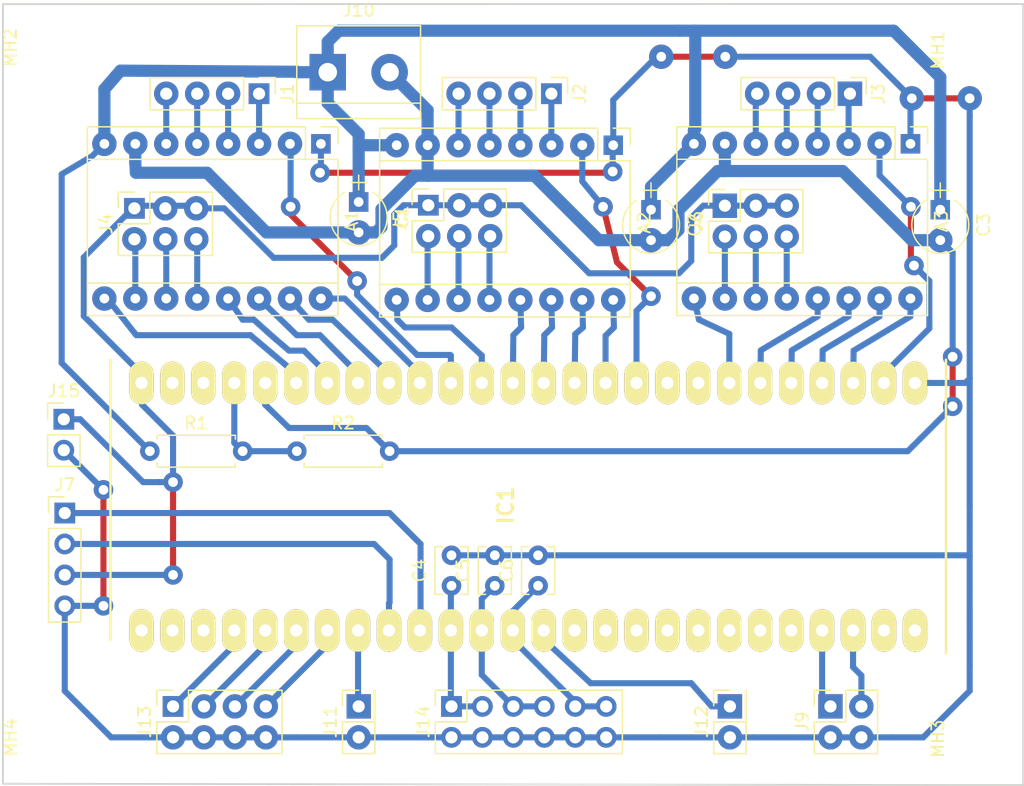
<source format=kicad_pcb>
(kicad_pcb (version 20171130) (host pcbnew "(5.1.5)-3")

  (general
    (thickness 1.6)
    (drawings 4)
    (tracks 331)
    (zones 0)
    (modules 30)
    (nets 58)
  )

  (page A4)
  (layers
    (0 F.Cu signal)
    (31 B.Cu signal)
    (33 F.Adhes user)
    (35 F.Paste user)
    (37 F.SilkS user)
    (39 F.Mask user hide)
    (40 Dwgs.User user)
    (41 Cmts.User user)
    (42 Eco1.User user)
    (43 Eco2.User user)
    (44 Edge.Cuts user)
    (45 Margin user)
    (46 B.CrtYd user)
    (47 F.CrtYd user)
    (49 F.Fab user hide)
  )

  (setup
    (last_trace_width 0.5)
    (trace_clearance 0.3)
    (zone_clearance 0.508)
    (zone_45_only no)
    (trace_min 0.2)
    (via_size 1.6)
    (via_drill 0.8)
    (via_min_size 0.4)
    (via_min_drill 0.3)
    (uvia_size 0.3)
    (uvia_drill 0.1)
    (uvias_allowed no)
    (uvia_min_size 0.2)
    (uvia_min_drill 0.1)
    (edge_width 0.15)
    (segment_width 0.2)
    (pcb_text_width 0.3)
    (pcb_text_size 1.5 1.5)
    (mod_edge_width 0.15)
    (mod_text_size 1 1)
    (mod_text_width 0.15)
    (pad_size 2 3.5)
    (pad_drill 1)
    (pad_to_mask_clearance 0.2)
    (aux_axis_origin 50.546 130.302)
    (grid_origin 120.902 70.485)
    (visible_elements 7FFFFFFF)
    (pcbplotparams
      (layerselection 0x01000_fffffffe)
      (usegerberextensions false)
      (usegerberattributes false)
      (usegerberadvancedattributes false)
      (creategerberjobfile false)
      (gerberprecision 5)
      (excludeedgelayer true)
      (linewidth 0.100000)
      (plotframeref false)
      (viasonmask false)
      (mode 1)
      (useauxorigin true)
      (hpglpennumber 1)
      (hpglpenspeed 20)
      (hpglpendiameter 15.000000)
      (psnegative false)
      (psa4output false)
      (plotreference false)
      (plotvalue false)
      (plotinvisibletext false)
      (padsonsilk false)
      (subtractmaskfromsilk false)
      (outputformat 1)
      (mirror false)
      (drillshape 0)
      (scaleselection 1)
      (outputdirectory "./gerber"))
  )

  (net 0 "")
  (net 1 /dir_x)
  (net 2 +36V)
  (net 3 /step_x)
  (net 4 GNDD)
  (net 5 "Net-(A1-Pad6)")
  (net 6 "Net-(A1-Pad5)")
  (net 7 "Net-(A1-Pad12)")
  (net 8 "Net-(A1-Pad4)")
  (net 9 "Net-(A1-Pad11)")
  (net 10 "Net-(A1-Pad3)")
  (net 11 "Net-(A1-Pad10)")
  (net 12 "Net-(A2-Pad10)")
  (net 13 "Net-(A2-Pad3)")
  (net 14 "Net-(A2-Pad11)")
  (net 15 "Net-(A2-Pad4)")
  (net 16 "Net-(A2-Pad12)")
  (net 17 "Net-(A2-Pad5)")
  (net 18 "Net-(A2-Pad6)")
  (net 19 "Net-(A3-Pad6)")
  (net 20 "Net-(A3-Pad5)")
  (net 21 "Net-(A3-Pad12)")
  (net 22 "Net-(A3-Pad4)")
  (net 23 "Net-(A3-Pad11)")
  (net 24 "Net-(A3-Pad3)")
  (net 25 "Net-(A3-Pad10)")
  (net 26 GND)
  (net 27 +5V)
  (net 28 /safety_door)
  (net 29 /cycle_start)
  (net 30 /feed_hold)
  (net 31 /break)
  (net 32 /limit_z)
  (net 33 /limit_y)
  (net 34 /limit_x)
  (net 35 /spindle_pwm)
  (net 36 /probe)
  (net 37 /dir_z)
  (net 38 /step_z)
  (net 39 /step_y)
  (net 40 /dir_y)
  (net 41 /coolant_mist)
  (net 42 /coolant_flood)
  (net 43 /fault_x)
  (net 44 /reset_x)
  (net 45 /sleep_x)
  (net 46 /sleep_y)
  (net 47 /reset_y)
  (net 48 /fault_y)
  (net 49 /fault_z)
  (net 50 /reset_z)
  (net 51 /sleep_z)
  (net 52 /enable_x)
  (net 53 /enable_y)
  (net 54 /enable_z)
  (net 55 /uart_rx)
  (net 56 /uart_tx)
  (net 57 /motor_voltage)

  (net_class Default "Dies ist die voreingestellte Netzklasse."
    (clearance 0.3)
    (trace_width 0.5)
    (via_dia 1.6)
    (via_drill 0.8)
    (uvia_dia 0.3)
    (uvia_drill 0.1)
    (add_net +5V)
    (add_net /break)
    (add_net /coolant_flood)
    (add_net /coolant_mist)
    (add_net /cycle_start)
    (add_net /dir_x)
    (add_net /dir_y)
    (add_net /dir_z)
    (add_net /enable_x)
    (add_net /enable_y)
    (add_net /enable_z)
    (add_net /encoder_A)
    (add_net /encoder_B)
    (add_net /encoder_switch)
    (add_net /fault_x)
    (add_net /fault_y)
    (add_net /fault_z)
    (add_net /feed_hold)
    (add_net /lcd_i2c_scl)
    (add_net /lcd_i2c_sda)
    (add_net /limit_x)
    (add_net /limit_y)
    (add_net /limit_z)
    (add_net /motor_voltage)
    (add_net /probe)
    (add_net /reset_x)
    (add_net /reset_y)
    (add_net /reset_z)
    (add_net /safety_door)
    (add_net /sleep_x)
    (add_net /sleep_y)
    (add_net /sleep_z)
    (add_net /spindle_pwm)
    (add_net /step_x)
    (add_net /step_y)
    (add_net /step_z)
    (add_net /uart_rx)
    (add_net /uart_tx)
    (add_net GNDD)
    (add_net "Net-(A1-Pad10)")
    (add_net "Net-(A1-Pad11)")
    (add_net "Net-(A1-Pad12)")
    (add_net "Net-(A1-Pad3)")
    (add_net "Net-(A1-Pad4)")
    (add_net "Net-(A1-Pad5)")
    (add_net "Net-(A1-Pad6)")
    (add_net "Net-(A2-Pad10)")
    (add_net "Net-(A2-Pad11)")
    (add_net "Net-(A2-Pad12)")
    (add_net "Net-(A2-Pad3)")
    (add_net "Net-(A2-Pad4)")
    (add_net "Net-(A2-Pad5)")
    (add_net "Net-(A2-Pad6)")
    (add_net "Net-(A3-Pad10)")
    (add_net "Net-(A3-Pad11)")
    (add_net "Net-(A3-Pad12)")
    (add_net "Net-(A3-Pad3)")
    (add_net "Net-(A3-Pad4)")
    (add_net "Net-(A3-Pad5)")
    (add_net "Net-(A3-Pad6)")
    (add_net "Net-(IC1-Pad1)")
    (add_net "Net-(IC1-Pad17)")
    (add_net "Net-(IC1-Pad18)")
    (add_net "Net-(IC1-Pad2)")
    (add_net "Net-(IC1-Pad20)")
    (add_net "Net-(IC1-Pad25)")
    (add_net "Net-(IC1-Pad26)")
    (add_net "Net-(IC1-Pad3)")
    (add_net "Net-(IC1-Pad34)")
    (add_net "Net-(IC1-Pad35)")
    (add_net "Net-(IC1-Pad50)")
    (add_net "Net-(IC1-Pad51)")
  )

  (net_class Power ""
    (clearance 0.3)
    (trace_width 1)
    (via_dia 1.6)
    (via_drill 0.8)
    (uvia_dia 0.3)
    (uvia_drill 0.1)
    (add_net +36V)
    (add_net GND)
  )

  (module Capacitors_THT:C_Disc_D3.8mm_W2.6mm_P2.50mm (layer F.Cu) (tedit 597BC7C2) (tstamp 5DCFB8D6)
    (at 113.917 100.584 90)
    (descr "C, Disc series, Radial, pin pitch=2.50mm, , diameter*width=3.8*2.6mm^2, Capacitor, http://www.vishay.com/docs/45233/krseries.pdf")
    (tags "C Disc series Radial pin pitch 2.50mm  diameter 3.8mm width 2.6mm Capacitor")
    (path /5DD6FF20)
    (fp_text reference C6 (at 1.25 -2.61 90) (layer F.SilkS)
      (effects (font (size 1 1) (thickness 0.15)))
    )
    (fp_text value 100nF (at 1.25 2.61 90) (layer F.Fab)
      (effects (font (size 1 1) (thickness 0.15)))
    )
    (fp_line (start -0.65 -1.3) (end -0.65 1.3) (layer F.Fab) (width 0.1))
    (fp_line (start -0.65 1.3) (end 3.15 1.3) (layer F.Fab) (width 0.1))
    (fp_line (start 3.15 1.3) (end 3.15 -1.3) (layer F.Fab) (width 0.1))
    (fp_line (start 3.15 -1.3) (end -0.65 -1.3) (layer F.Fab) (width 0.1))
    (fp_line (start -0.71 -1.36) (end 3.21 -1.36) (layer F.SilkS) (width 0.12))
    (fp_line (start -0.71 1.36) (end 3.21 1.36) (layer F.SilkS) (width 0.12))
    (fp_line (start -0.71 -1.36) (end -0.71 -0.75) (layer F.SilkS) (width 0.12))
    (fp_line (start -0.71 0.75) (end -0.71 1.36) (layer F.SilkS) (width 0.12))
    (fp_line (start 3.21 -1.36) (end 3.21 -0.75) (layer F.SilkS) (width 0.12))
    (fp_line (start 3.21 0.75) (end 3.21 1.36) (layer F.SilkS) (width 0.12))
    (fp_line (start -1.05 -1.65) (end -1.05 1.65) (layer F.CrtYd) (width 0.05))
    (fp_line (start -1.05 1.65) (end 3.55 1.65) (layer F.CrtYd) (width 0.05))
    (fp_line (start 3.55 1.65) (end 3.55 -1.65) (layer F.CrtYd) (width 0.05))
    (fp_line (start 3.55 -1.65) (end -1.05 -1.65) (layer F.CrtYd) (width 0.05))
    (fp_text user %R (at 1.25 0 90) (layer F.Fab)
      (effects (font (size 1 1) (thickness 0.15)))
    )
    (pad 1 thru_hole circle (at 0 0 90) (size 1.6 1.6) (drill 0.8) (layers *.Cu *.Mask)
      (net 32 /limit_z))
    (pad 2 thru_hole circle (at 2.5 0 90) (size 1.6 1.6) (drill 0.8) (layers *.Cu *.Mask)
      (net 4 GNDD))
    (model ${KISYS3DMOD}/Capacitors_THT.3dshapes/C_Disc_D3.8mm_W2.6mm_P2.50mm.wrl
      (at (xyz 0 0 0))
      (scale (xyz 1 1 1))
      (rotate (xyz 0 0 0))
    )
  )

  (module Capacitors_THT:C_Disc_D3.8mm_W2.6mm_P2.50mm (layer F.Cu) (tedit 597BC7C2) (tstamp 5DF50C2E)
    (at 106.805 100.584 90)
    (descr "C, Disc series, Radial, pin pitch=2.50mm, , diameter*width=3.8*2.6mm^2, Capacitor, http://www.vishay.com/docs/45233/krseries.pdf")
    (tags "C Disc series Radial pin pitch 2.50mm  diameter 3.8mm width 2.6mm Capacitor")
    (path /5DD6F1E8)
    (fp_text reference C4 (at 1.25 -2.61 90) (layer F.SilkS)
      (effects (font (size 1 1) (thickness 0.15)))
    )
    (fp_text value 100nF (at 1.25 2.61 90) (layer F.Fab)
      (effects (font (size 1 1) (thickness 0.15)))
    )
    (fp_line (start -0.65 -1.3) (end -0.65 1.3) (layer F.Fab) (width 0.1))
    (fp_line (start -0.65 1.3) (end 3.15 1.3) (layer F.Fab) (width 0.1))
    (fp_line (start 3.15 1.3) (end 3.15 -1.3) (layer F.Fab) (width 0.1))
    (fp_line (start 3.15 -1.3) (end -0.65 -1.3) (layer F.Fab) (width 0.1))
    (fp_line (start -0.71 -1.36) (end 3.21 -1.36) (layer F.SilkS) (width 0.12))
    (fp_line (start -0.71 1.36) (end 3.21 1.36) (layer F.SilkS) (width 0.12))
    (fp_line (start -0.71 -1.36) (end -0.71 -0.75) (layer F.SilkS) (width 0.12))
    (fp_line (start -0.71 0.75) (end -0.71 1.36) (layer F.SilkS) (width 0.12))
    (fp_line (start 3.21 -1.36) (end 3.21 -0.75) (layer F.SilkS) (width 0.12))
    (fp_line (start 3.21 0.75) (end 3.21 1.36) (layer F.SilkS) (width 0.12))
    (fp_line (start -1.05 -1.65) (end -1.05 1.65) (layer F.CrtYd) (width 0.05))
    (fp_line (start -1.05 1.65) (end 3.55 1.65) (layer F.CrtYd) (width 0.05))
    (fp_line (start 3.55 1.65) (end 3.55 -1.65) (layer F.CrtYd) (width 0.05))
    (fp_line (start 3.55 -1.65) (end -1.05 -1.65) (layer F.CrtYd) (width 0.05))
    (fp_text user %R (at 1.25 0 90) (layer F.Fab)
      (effects (font (size 1 1) (thickness 0.15)))
    )
    (pad 1 thru_hole circle (at 0 0 90) (size 1.6 1.6) (drill 0.8) (layers *.Cu *.Mask)
      (net 34 /limit_x))
    (pad 2 thru_hole circle (at 2.5 0 90) (size 1.6 1.6) (drill 0.8) (layers *.Cu *.Mask)
      (net 4 GNDD))
    (model ${KISYS3DMOD}/Capacitors_THT.3dshapes/C_Disc_D3.8mm_W2.6mm_P2.50mm.wrl
      (at (xyz 0 0 0))
      (scale (xyz 1 1 1))
      (rotate (xyz 0 0 0))
    )
  )

  (module Modules:Pololu_Breakout-16_15.2x20.3mm (layer F.Cu) (tedit 58AB602C) (tstamp 5B815E18)
    (at 144.489978 64.299428 270)
    (descr "Pololu Breakout 16-pin 15.2x20.3mm 0.6x0.8\\")
    (path /5B738DDD)
    (fp_text reference A3 (at 6.35 -2.54 270) (layer F.SilkS)
      (effects (font (size 1 1) (thickness 0.15)))
    )
    (fp_text value Pololu_Breakout_DRV8825 (at 6.35 20.17 270) (layer F.Fab)
      (effects (font (size 1 1) (thickness 0.15)))
    )
    (fp_text user %R (at 6.35 0 270) (layer F.Fab)
      (effects (font (size 1 1) (thickness 0.15)))
    )
    (fp_line (start 11.43 -1.4) (end 11.43 19.18) (layer F.SilkS) (width 0.12))
    (fp_line (start 1.27 1.27) (end 1.27 19.18) (layer F.SilkS) (width 0.12))
    (fp_line (start 0 -1.4) (end -1.4 -1.4) (layer F.SilkS) (width 0.12))
    (fp_line (start -1.4 -1.4) (end -1.4 0) (layer F.SilkS) (width 0.12))
    (fp_line (start 1.27 -1.4) (end 1.27 1.27) (layer F.SilkS) (width 0.12))
    (fp_line (start 1.27 1.27) (end -1.4 1.27) (layer F.SilkS) (width 0.12))
    (fp_line (start -1.4 1.27) (end -1.4 19.18) (layer F.SilkS) (width 0.12))
    (fp_line (start -1.4 19.18) (end 14.1 19.18) (layer F.SilkS) (width 0.12))
    (fp_line (start 14.1 19.18) (end 14.1 -1.4) (layer F.SilkS) (width 0.12))
    (fp_line (start 14.1 -1.4) (end 1.27 -1.4) (layer F.SilkS) (width 0.12))
    (fp_line (start -1.27 0) (end 0 -1.27) (layer F.Fab) (width 0.1))
    (fp_line (start 0 -1.27) (end 13.97 -1.27) (layer F.Fab) (width 0.1))
    (fp_line (start 13.97 -1.27) (end 13.97 19.05) (layer F.Fab) (width 0.1))
    (fp_line (start 13.97 19.05) (end -1.27 19.05) (layer F.Fab) (width 0.1))
    (fp_line (start -1.27 19.05) (end -1.27 0) (layer F.Fab) (width 0.1))
    (fp_line (start -1.53 -1.52) (end 14.21 -1.52) (layer F.CrtYd) (width 0.05))
    (fp_line (start -1.53 -1.52) (end -1.53 19.3) (layer F.CrtYd) (width 0.05))
    (fp_line (start 14.21 19.3) (end 14.21 -1.52) (layer F.CrtYd) (width 0.05))
    (fp_line (start 14.21 19.3) (end -1.53 19.3) (layer F.CrtYd) (width 0.05))
    (pad 1 thru_hole rect (at 0 0 270) (size 1.6 1.6) (drill 0.8) (layers *.Cu *.Mask)
      (net 4 GNDD))
    (pad 9 thru_hole oval (at 12.7 17.78 270) (size 2 2) (drill 0.8) (layers *.Cu *.Mask)
      (net 54 /enable_z))
    (pad 2 thru_hole oval (at 0 2.54 270) (size 2 2) (drill 0.8) (layers *.Cu *.Mask)
      (net 49 /fault_z))
    (pad 10 thru_hole oval (at 12.7 15.24 270) (size 2 2) (drill 0.8) (layers *.Cu *.Mask)
      (net 25 "Net-(A3-Pad10)"))
    (pad 3 thru_hole oval (at 0 5.08 270) (size 2 2) (drill 0.8) (layers *.Cu *.Mask)
      (net 24 "Net-(A3-Pad3)"))
    (pad 11 thru_hole oval (at 12.7 12.7 270) (size 2 2) (drill 0.8) (layers *.Cu *.Mask)
      (net 23 "Net-(A3-Pad11)"))
    (pad 4 thru_hole oval (at 0 7.62 270) (size 2 2) (drill 0.8) (layers *.Cu *.Mask)
      (net 22 "Net-(A3-Pad4)"))
    (pad 12 thru_hole oval (at 12.7 10.16 270) (size 2 2) (drill 0.8) (layers *.Cu *.Mask)
      (net 21 "Net-(A3-Pad12)"))
    (pad 5 thru_hole oval (at 0 10.16 270) (size 2 2) (drill 0.8) (layers *.Cu *.Mask)
      (net 20 "Net-(A3-Pad5)"))
    (pad 13 thru_hole oval (at 12.7 7.62 270) (size 2 2) (drill 0.8) (layers *.Cu *.Mask)
      (net 50 /reset_z))
    (pad 6 thru_hole oval (at 0 12.7 270) (size 2 2) (drill 0.8) (layers *.Cu *.Mask)
      (net 19 "Net-(A3-Pad6)"))
    (pad 14 thru_hole oval (at 12.7 5.08 270) (size 2 2) (drill 0.8) (layers *.Cu *.Mask)
      (net 51 /sleep_z))
    (pad 7 thru_hole oval (at 0 15.24 270) (size 2 2) (drill 0.8) (layers *.Cu *.Mask)
      (net 26 GND))
    (pad 15 thru_hole oval (at 12.7 2.54 270) (size 2 2) (drill 0.8) (layers *.Cu *.Mask)
      (net 38 /step_z))
    (pad 8 thru_hole oval (at 0 17.78 270) (size 2 2) (drill 0.8) (layers *.Cu *.Mask)
      (net 2 +36V))
    (pad 16 thru_hole oval (at 12.7 0 270) (size 2 2) (drill 0.8) (layers *.Cu *.Mask)
      (net 37 /dir_z))
  )

  (module Socket_Strips:Socket_Strip_Straight_2x01_Pitch2.54mm (layer F.Cu) (tedit 5B826771) (tstamp 5B836555)
    (at 129.665 110.49 90)
    (descr "Through hole straight socket strip, 2x01, 2.54mm pitch, double rows")
    (tags "Through hole socket strip THT 2x01 2.54mm double row")
    (path /5B838EFF)
    (fp_text reference J12 (at -1.27 -2.33 90) (layer F.SilkS)
      (effects (font (size 1 1) (thickness 0.15)))
    )
    (fp_text value Conn_02x01 (at -1.27 2.33 90) (layer F.Fab) hide
      (effects (font (size 1 1) (thickness 0.15)))
    )
    (fp_text user %R (at -1.27 -2.33 90) (layer F.Fab)
      (effects (font (size 1 1) (thickness 0.15)))
    )
    (fp_line (start 1.8 -1.8) (end -4.35 -1.8) (layer F.CrtYd) (width 0.05))
    (fp_line (start 1.8 1.8) (end 1.8 -1.8) (layer F.CrtYd) (width 0.05))
    (fp_line (start -4.35 1.8) (end 1.8 1.8) (layer F.CrtYd) (width 0.05))
    (fp_line (start -4.35 -1.8) (end -4.35 1.8) (layer F.CrtYd) (width 0.05))
    (fp_line (start 1.33 -1.33) (end 0.06 -1.33) (layer F.SilkS) (width 0.12))
    (fp_line (start 1.33 0) (end 1.33 -1.33) (layer F.SilkS) (width 0.12))
    (fp_line (start -1.27 1.27) (end 1.33 1.27) (layer F.SilkS) (width 0.12))
    (fp_line (start -1.27 -1.33) (end -1.27 1.27) (layer F.SilkS) (width 0.12))
    (fp_line (start -3.87 -1.33) (end -1.27 -1.33) (layer F.SilkS) (width 0.12))
    (fp_line (start -3.87 1.33) (end -3.87 -1.33) (layer F.SilkS) (width 0.12))
    (fp_line (start 1.33 1.33) (end -3.87 1.33) (layer F.SilkS) (width 0.12))
    (fp_line (start 1.33 1.27) (end 1.33 1.33) (layer F.SilkS) (width 0.12))
    (fp_line (start 1.27 -1.27) (end -3.81 -1.27) (layer F.Fab) (width 0.1))
    (fp_line (start 1.27 1.27) (end 1.27 -1.27) (layer F.Fab) (width 0.1))
    (fp_line (start -3.81 1.27) (end 1.27 1.27) (layer F.Fab) (width 0.1))
    (fp_line (start -3.81 -1.27) (end -3.81 1.27) (layer F.Fab) (width 0.1))
    (pad 2 thru_hole oval (at -2.54 0 90) (size 2 2) (drill 1) (layers *.Cu *.Mask)
      (net 4 GNDD))
    (pad 1 thru_hole rect (at 0 0 90) (size 2 2) (drill 1) (layers *.Cu *.Mask)
      (net 35 /spindle_pwm))
    (model ${KISYS3DMOD}/Socket_Strips.3dshapes/Socket_Strip_Straight_2x01_Pitch2.54mm.wrl
      (offset (xyz -1.269999980926514 0 0))
      (scale (xyz 1 1 1))
      (rotate (xyz 0 0 270))
    )
  )

  (module Socket_Strips:Socket_Strip_Straight_2x02_Pitch2.54mm (layer F.Cu) (tedit 5B825C07) (tstamp 5B83293C)
    (at 137.92 110.49 90)
    (descr "Through hole straight socket strip, 2x02, 2.54mm pitch, double rows")
    (tags "Through hole socket strip THT 2x02 2.54mm double row")
    (path /5B8F6719)
    (fp_text reference J9 (at -1.27 -2.33 90) (layer F.SilkS)
      (effects (font (size 1 1) (thickness 0.15)))
    )
    (fp_text value Conn_02x02_Odd_Even (at -1.27 4.87 90) (layer F.Fab) hide
      (effects (font (size 1 1) (thickness 0.15)))
    )
    (fp_text user %R (at -1.27 -2.33 90) (layer F.Fab)
      (effects (font (size 1 1) (thickness 0.15)))
    )
    (fp_line (start 1.8 -1.8) (end -4.35 -1.8) (layer F.CrtYd) (width 0.05))
    (fp_line (start 1.8 4.35) (end 1.8 -1.8) (layer F.CrtYd) (width 0.05))
    (fp_line (start -4.35 4.35) (end 1.8 4.35) (layer F.CrtYd) (width 0.05))
    (fp_line (start -4.35 -1.8) (end -4.35 4.35) (layer F.CrtYd) (width 0.05))
    (fp_line (start 1.33 -1.33) (end 0.06 -1.33) (layer F.SilkS) (width 0.12))
    (fp_line (start 1.33 0) (end 1.33 -1.33) (layer F.SilkS) (width 0.12))
    (fp_line (start -1.27 1.27) (end 1.33 1.27) (layer F.SilkS) (width 0.12))
    (fp_line (start -1.27 -1.33) (end -1.27 1.27) (layer F.SilkS) (width 0.12))
    (fp_line (start -3.87 -1.33) (end -1.27 -1.33) (layer F.SilkS) (width 0.12))
    (fp_line (start -3.87 3.87) (end -3.87 -1.33) (layer F.SilkS) (width 0.12))
    (fp_line (start 1.33 3.87) (end -3.87 3.87) (layer F.SilkS) (width 0.12))
    (fp_line (start 1.33 1.27) (end 1.33 3.87) (layer F.SilkS) (width 0.12))
    (fp_line (start 1.27 -1.27) (end -3.81 -1.27) (layer F.Fab) (width 0.1))
    (fp_line (start 1.27 3.81) (end 1.27 -1.27) (layer F.Fab) (width 0.1))
    (fp_line (start -3.81 3.81) (end 1.27 3.81) (layer F.Fab) (width 0.1))
    (fp_line (start -3.81 -1.27) (end -3.81 3.81) (layer F.Fab) (width 0.1))
    (pad 4 thru_hole oval (at -2.54 2.54 90) (size 2 2) (drill 1) (layers *.Cu *.Mask)
      (net 4 GNDD))
    (pad 3 thru_hole oval (at 0 2.54 90) (size 2 2) (drill 1) (layers *.Cu *.Mask)
      (net 41 /coolant_mist))
    (pad 2 thru_hole oval (at -2.54 0 90) (size 2 2) (drill 1) (layers *.Cu *.Mask)
      (net 4 GNDD))
    (pad 1 thru_hole rect (at 0 0 90) (size 2 2) (drill 1) (layers *.Cu *.Mask)
      (net 42 /coolant_flood))
    (model ${KISYS3DMOD}/Socket_Strips.3dshapes/Socket_Strip_Straight_2x02_Pitch2.54mm.wrl
      (offset (xyz -1.269999980926514 -1.269999980926514 0))
      (scale (xyz 1 1 1))
      (rotate (xyz 0 0 270))
    )
  )

  (module CY8CKIT-059:DIP2032W100P254L6860H700Q52N (layer F.Cu) (tedit 5B8B9C5B) (tstamp 5B817105)
    (at 113.104541 94.094067 90)
    (descr DIL52x0.8)
    (tags "Integrated Circuit")
    (path /5B73141D)
    (fp_text reference IC1 (at 0.114067 -1.854541 90) (layer F.SilkS)
      (effects (font (size 1.27 1.27) (thickness 0.254)))
    )
    (fp_text value CY8CKIT-059 (at 0 0 90) (layer F.SilkS) hide
      (effects (font (size 1.27 1.27) (thickness 0.254)))
    )
    (fp_line (start -12.065 34.3) (end 12.065 34.3) (layer F.SilkS) (width 0.2))
    (fp_line (start -10.96 -34.3) (end 12.065 -34.3) (layer F.SilkS) (width 0.2))
    (fp_line (start -12.065 -33.03) (end -10.795 -34.3) (layer Dwgs.User) (width 0.1))
    (fp_line (start -12.065 34.3) (end -12.065 -34.3) (layer Dwgs.User) (width 0.1))
    (fp_line (start 12.065 34.3) (end -12.065 34.3) (layer Dwgs.User) (width 0.1))
    (fp_line (start 12.065 -34.3) (end 12.065 34.3) (layer Dwgs.User) (width 0.1))
    (fp_line (start -12.065 -34.3) (end 12.065 -34.3) (layer Dwgs.User) (width 0.1))
    (fp_line (start -11.21 34.55) (end -11.21 -34.55) (layer Dwgs.User) (width 0.05))
    (fp_line (start 11.21 34.55) (end -11.21 34.55) (layer Dwgs.User) (width 0.05))
    (fp_line (start 11.21 -34.55) (end 11.21 34.55) (layer Dwgs.User) (width 0.05))
    (fp_line (start -11.21 -34.55) (end 11.21 -34.55) (layer Dwgs.User) (width 0.05))
    (pad 52 thru_hole oval (at 10.16 -31.75 180) (size 2 3.5) (drill 1) (layers *.Cu *.Mask F.SilkS)
      (net 27 +5V))
    (pad 51 thru_hole oval (at 10.16 -29.21 180) (size 2 3.5) (drill 1) (layers *.Cu *.Mask F.SilkS))
    (pad 50 thru_hole oval (at 10.16 -26.67 180) (size 2 3.5) (drill 1) (layers *.Cu *.Mask F.SilkS))
    (pad 49 thru_hole oval (at 10.16 -24.13 180) (size 2 3.5) (drill 1) (layers *.Cu *.Mask F.SilkS)
      (net 57 /motor_voltage))
    (pad 48 thru_hole oval (at 10.16 -21.59 180) (size 2 3.5) (drill 1) (layers *.Cu *.Mask F.SilkS)
      (net 26 GND))
    (pad 47 thru_hole oval (at 10.16 -19.05 180) (size 2 3.5) (drill 1) (layers *.Cu *.Mask F.SilkS)
      (net 52 /enable_x))
    (pad 46 thru_hole oval (at 10.16 -16.51 180) (size 2 3.5) (drill 1) (layers *.Cu *.Mask F.SilkS)
      (net 44 /reset_x))
    (pad 45 thru_hole oval (at 10.16 -13.97 180) (size 2 3.5) (drill 1) (layers *.Cu *.Mask F.SilkS)
      (net 45 /sleep_x))
    (pad 44 thru_hole oval (at 10.16 -11.43 180) (size 2 3.5) (drill 1) (layers *.Cu *.Mask F.SilkS)
      (net 3 /step_x))
    (pad 43 thru_hole oval (at 10.16 -8.89 180) (size 2 3.5) (drill 1) (layers *.Cu *.Mask F.SilkS)
      (net 1 /dir_x))
    (pad 42 thru_hole oval (at 10.16 -6.35 180) (size 2 3.5) (drill 1) (layers *.Cu *.Mask F.SilkS)
      (net 43 /fault_x))
    (pad 41 thru_hole oval (at 10.16 -3.81 180) (size 2 3.5) (drill 1) (layers *.Cu *.Mask F.SilkS)
      (net 53 /enable_y))
    (pad 40 thru_hole oval (at 10.16 -1.27 180) (size 2 3.5) (drill 1) (layers *.Cu *.Mask F.SilkS)
      (net 47 /reset_y))
    (pad 39 thru_hole oval (at 10.16 1.27 180) (size 2 3.5) (drill 1) (layers *.Cu *.Mask F.SilkS)
      (net 46 /sleep_y))
    (pad 38 thru_hole oval (at 10.16 3.81 180) (size 2 3.5) (drill 1) (layers *.Cu *.Mask F.SilkS)
      (net 39 /step_y))
    (pad 37 thru_hole oval (at 10.16 6.35 180) (size 2 3.5) (drill 1) (layers *.Cu *.Mask F.SilkS)
      (net 40 /dir_y))
    (pad 36 thru_hole oval (at 10.16 8.89 180) (size 2 3.5) (drill 1) (layers *.Cu *.Mask F.SilkS)
      (net 48 /fault_y))
    (pad 35 thru_hole oval (at 10.16 11.43 180) (size 2 3.5) (drill 1) (layers *.Cu *.Mask F.SilkS))
    (pad 34 thru_hole oval (at 10.16 13.97 180) (size 2 3.5) (drill 1) (layers *.Cu *.Mask F.SilkS))
    (pad 33 thru_hole oval (at 10.16 16.51 180) (size 2 3.5) (drill 1) (layers *.Cu *.Mask F.SilkS)
      (net 54 /enable_z))
    (pad 32 thru_hole oval (at 10.16 19.05 180) (size 2 3.5) (drill 1) (layers *.Cu *.Mask F.SilkS)
      (net 50 /reset_z))
    (pad 31 thru_hole oval (at 10.16 21.59 180) (size 2 3.5) (drill 1) (layers *.Cu *.Mask F.SilkS)
      (net 51 /sleep_z))
    (pad 30 thru_hole oval (at 10.16 24.13 180) (size 2 3.5) (drill 1) (layers *.Cu *.Mask F.SilkS)
      (net 38 /step_z))
    (pad 29 thru_hole oval (at 10.16 26.67 180) (size 2 3.5) (drill 1) (layers *.Cu *.Mask F.SilkS)
      (net 37 /dir_z))
    (pad 28 thru_hole oval (at 10.16 29.21 180) (size 2 3.5) (drill 1) (layers *.Cu *.Mask F.SilkS)
      (net 49 /fault_z))
    (pad 27 thru_hole oval (at 10.16 31.75 180) (size 2 3.5) (drill 1) (layers *.Cu *.Mask F.SilkS)
      (net 4 GNDD))
    (pad 26 thru_hole oval (at -10.16 31.75 180) (size 2 3.5) (drill 1) (layers *.Cu *.Mask F.SilkS))
    (pad 25 thru_hole oval (at -10.16 29.21 180) (size 2 3.5) (drill 1) (layers *.Cu *.Mask F.SilkS))
    (pad 24 thru_hole oval (at -10.16 26.67 180) (size 2 3.5) (drill 1) (layers *.Cu *.Mask F.SilkS)
      (net 41 /coolant_mist))
    (pad 23 thru_hole oval (at -10.16 24.13 180) (size 2 3.5) (drill 1) (layers *.Cu *.Mask F.SilkS)
      (net 42 /coolant_flood))
    (pad 22 thru_hole oval (at -10.16 21.59 180) (size 2 3.5) (drill 1) (layers *.Cu *.Mask F.SilkS))
    (pad 21 thru_hole oval (at -10.16 19.05 180) (size 2 3.5) (drill 1) (layers *.Cu *.Mask F.SilkS))
    (pad 20 thru_hole oval (at -10.16 16.51 180) (size 2 3.5) (drill 1) (layers *.Cu *.Mask F.SilkS))
    (pad 19 thru_hole oval (at -10.16 13.97 180) (size 2 3.5) (drill 1) (layers *.Cu *.Mask F.SilkS))
    (pad 18 thru_hole oval (at -10.16 11.43 180) (size 2 3.5) (drill 1) (layers *.Cu *.Mask F.SilkS))
    (pad 17 thru_hole oval (at -10.16 8.89 180) (size 2 3.5) (drill 1) (layers *.Cu *.Mask F.SilkS))
    (pad 16 thru_hole oval (at -10.16 6.35 180) (size 2 3.5) (drill 1) (layers *.Cu *.Mask F.SilkS))
    (pad 15 thru_hole oval (at -10.16 3.81 180) (size 2 3.5) (drill 1) (layers *.Cu *.Mask F.SilkS))
    (pad 14 thru_hole oval (at -10.16 1.27 180) (size 2 3.5) (drill 1) (layers *.Cu *.Mask F.SilkS)
      (net 35 /spindle_pwm))
    (pad 13 thru_hole oval (at -10.16 -1.27 180) (size 2 3.5) (drill 1) (layers *.Cu *.Mask F.SilkS)
      (net 32 /limit_z))
    (pad 12 thru_hole oval (at -10.16 -3.81 180) (size 2 3.5) (drill 1) (layers *.Cu *.Mask F.SilkS)
      (net 33 /limit_y))
    (pad 11 thru_hole oval (at -10.16 -6.35 180) (size 2 3.5) (drill 1) (layers *.Cu *.Mask F.SilkS)
      (net 34 /limit_x))
    (pad 10 thru_hole oval (at -10.16 -8.89 180) (size 2 3.5) (drill 1) (layers *.Cu *.Mask F.SilkS)
      (net 55 /uart_rx))
    (pad 9 thru_hole oval (at -10.16 -11.43 180) (size 2 3.5) (drill 1) (layers *.Cu *.Mask F.SilkS)
      (net 56 /uart_tx))
    (pad 8 thru_hole oval (at -10.16 -13.97 180) (size 2 3.5) (drill 1) (layers *.Cu *.Mask F.SilkS)
      (net 36 /probe))
    (pad 7 thru_hole oval (at -10.16 -16.51 180) (size 2 3.5) (drill 1) (layers *.Cu *.Mask F.SilkS)
      (net 28 /safety_door))
    (pad 6 thru_hole oval (at -10.16 -19.05 180) (size 2 3.5) (drill 1) (layers *.Cu *.Mask F.SilkS)
      (net 29 /cycle_start))
    (pad 5 thru_hole oval (at -10.16 -21.59 180) (size 2 3.5) (drill 1) (layers *.Cu *.Mask F.SilkS)
      (net 30 /feed_hold))
    (pad 4 thru_hole oval (at -10.16 -24.13 180) (size 2 3.5) (drill 1) (layers *.Cu *.Mask F.SilkS)
      (net 31 /break))
    (pad 3 thru_hole oval (at -10.16 -26.67 180) (size 2 3.5) (drill 1) (layers *.Cu *.Mask F.SilkS))
    (pad 2 thru_hole oval (at -10.16 -29.21 180) (size 2 3.5) (drill 1) (layers *.Cu *.Mask F.SilkS))
    (pad 1 thru_hole oval (at -10.16 -31.75 180) (size 2 3.5) (drill 1) (layers *.Cu *.Mask F.SilkS))
  )

  (module Socket_Strips:Socket_Strip_Straight_2x04_Pitch2.54mm (layer F.Cu) (tedit 5B8B9B3D) (tstamp 5B836424)
    (at 83.945 110.49 90)
    (descr "Through hole straight socket strip, 2x04, 2.54mm pitch, double rows")
    (tags "Through hole socket strip THT 2x04 2.54mm double row")
    (path /5B8F67CC)
    (fp_text reference J13 (at -1.27 -2.33 90) (layer F.SilkS)
      (effects (font (size 1 1) (thickness 0.15)))
    )
    (fp_text value Conn_02x04_Odd_Even (at -1.27 9.95 90) (layer F.Fab) hide
      (effects (font (size 1 1) (thickness 0.15)))
    )
    (fp_text user %R (at -1.27 -2.33 90) (layer F.Fab)
      (effects (font (size 1 1) (thickness 0.15)))
    )
    (fp_line (start 1.8 -1.8) (end -4.35 -1.8) (layer F.CrtYd) (width 0.05))
    (fp_line (start 1.8 9.4) (end 1.8 -1.8) (layer F.CrtYd) (width 0.05))
    (fp_line (start -4.35 9.4) (end 1.8 9.4) (layer F.CrtYd) (width 0.05))
    (fp_line (start -4.35 -1.8) (end -4.35 9.4) (layer F.CrtYd) (width 0.05))
    (fp_line (start 1.33 -1.33) (end 0.06 -1.33) (layer F.SilkS) (width 0.12))
    (fp_line (start 1.33 0) (end 1.33 -1.33) (layer F.SilkS) (width 0.12))
    (fp_line (start -1.27 1.27) (end 1.33 1.27) (layer F.SilkS) (width 0.12))
    (fp_line (start -1.27 -1.33) (end -1.27 1.27) (layer F.SilkS) (width 0.12))
    (fp_line (start -3.87 -1.33) (end -1.27 -1.33) (layer F.SilkS) (width 0.12))
    (fp_line (start -3.87 8.95) (end -3.87 -1.33) (layer F.SilkS) (width 0.12))
    (fp_line (start 1.33 8.95) (end -3.87 8.95) (layer F.SilkS) (width 0.12))
    (fp_line (start 1.33 1.27) (end 1.33 8.95) (layer F.SilkS) (width 0.12))
    (fp_line (start 1.27 -1.27) (end -3.81 -1.27) (layer F.Fab) (width 0.1))
    (fp_line (start 1.27 8.89) (end 1.27 -1.27) (layer F.Fab) (width 0.1))
    (fp_line (start -3.81 8.89) (end 1.27 8.89) (layer F.Fab) (width 0.1))
    (fp_line (start -3.81 -1.27) (end -3.81 8.89) (layer F.Fab) (width 0.1))
    (pad 8 thru_hole oval (at -2.54 7.62 90) (size 2 2) (drill 1) (layers *.Cu *.Mask)
      (net 4 GNDD))
    (pad 7 thru_hole oval (at 0 7.62 90) (size 2 2) (drill 1) (layers *.Cu *.Mask)
      (net 28 /safety_door))
    (pad 6 thru_hole oval (at -2.54 5.08 90) (size 2 2) (drill 1) (layers *.Cu *.Mask)
      (net 4 GNDD))
    (pad 5 thru_hole oval (at 0 5.08 90) (size 2 2) (drill 1) (layers *.Cu *.Mask)
      (net 29 /cycle_start))
    (pad 4 thru_hole oval (at -2.54 2.54 90) (size 2 2) (drill 1) (layers *.Cu *.Mask)
      (net 4 GNDD))
    (pad 3 thru_hole oval (at 0 2.54 90) (size 2 2) (drill 1) (layers *.Cu *.Mask)
      (net 30 /feed_hold))
    (pad 2 thru_hole oval (at -2.54 0 90) (size 2 2) (drill 1) (layers *.Cu *.Mask)
      (net 4 GNDD))
    (pad 1 thru_hole rect (at 0 0 90) (size 1.7 1.7) (drill 1) (layers *.Cu *.Mask)
      (net 31 /break))
    (model ${KISYS3DMOD}/Socket_Strips.3dshapes/Socket_Strip_Straight_2x04_Pitch2.54mm.wrl
      (offset (xyz -1.269999980926514 -3.809999942779541 0))
      (scale (xyz 1 1 1))
      (rotate (xyz 0 0 270))
    )
  )

  (module Socket_Strips:Socket_Strip_Straight_2x01_Pitch2.54mm (layer F.Cu) (tedit 5B8B9B50) (tstamp 5B83A0C4)
    (at 99.185 110.49 90)
    (descr "Through hole straight socket strip, 2x01, 2.54mm pitch, double rows")
    (tags "Through hole socket strip THT 2x01 2.54mm double row")
    (path /5B838E21)
    (fp_text reference J11 (at -1.27 -2.33 90) (layer F.SilkS)
      (effects (font (size 1 1) (thickness 0.15)))
    )
    (fp_text value Conn_02x01 (at -1.27 2.33 90) (layer F.Fab) hide
      (effects (font (size 1 1) (thickness 0.15)))
    )
    (fp_text user %R (at -1.27 -2.33 90) (layer F.Fab)
      (effects (font (size 1 1) (thickness 0.15)))
    )
    (fp_line (start 1.8 -1.8) (end -4.35 -1.8) (layer F.CrtYd) (width 0.05))
    (fp_line (start 1.8 1.8) (end 1.8 -1.8) (layer F.CrtYd) (width 0.05))
    (fp_line (start -4.35 1.8) (end 1.8 1.8) (layer F.CrtYd) (width 0.05))
    (fp_line (start -4.35 -1.8) (end -4.35 1.8) (layer F.CrtYd) (width 0.05))
    (fp_line (start 1.33 -1.33) (end 0.06 -1.33) (layer F.SilkS) (width 0.12))
    (fp_line (start 1.33 0) (end 1.33 -1.33) (layer F.SilkS) (width 0.12))
    (fp_line (start -1.27 1.27) (end 1.33 1.27) (layer F.SilkS) (width 0.12))
    (fp_line (start -1.27 -1.33) (end -1.27 1.27) (layer F.SilkS) (width 0.12))
    (fp_line (start -3.87 -1.33) (end -1.27 -1.33) (layer F.SilkS) (width 0.12))
    (fp_line (start -3.87 1.33) (end -3.87 -1.33) (layer F.SilkS) (width 0.12))
    (fp_line (start 1.33 1.33) (end -3.87 1.33) (layer F.SilkS) (width 0.12))
    (fp_line (start 1.33 1.27) (end 1.33 1.33) (layer F.SilkS) (width 0.12))
    (fp_line (start 1.27 -1.27) (end -3.81 -1.27) (layer F.Fab) (width 0.1))
    (fp_line (start 1.27 1.27) (end 1.27 -1.27) (layer F.Fab) (width 0.1))
    (fp_line (start -3.81 1.27) (end 1.27 1.27) (layer F.Fab) (width 0.1))
    (fp_line (start -3.81 -1.27) (end -3.81 1.27) (layer F.Fab) (width 0.1))
    (pad 2 thru_hole oval (at -2.54 0 90) (size 2 2) (drill 1) (layers *.Cu *.Mask)
      (net 4 GNDD))
    (pad 1 thru_hole rect (at 0 0 90) (size 2 2) (drill 1) (layers *.Cu *.Mask)
      (net 36 /probe))
    (model ${KISYS3DMOD}/Socket_Strips.3dshapes/Socket_Strip_Straight_2x01_Pitch2.54mm.wrl
      (offset (xyz -1.269999980926514 0 0))
      (scale (xyz 1 1 1))
      (rotate (xyz 0 0 270))
    )
  )

  (module Socket_Strips:Socket_Strip_Straight_2x03_Pitch2.54mm (layer F.Cu) (tedit 5B8B9A4F) (tstamp 5B83189A)
    (at 129.249978 69.379428 90)
    (descr "Through hole straight socket strip, 2x03, 2.54mm pitch, double rows")
    (tags "Through hole socket strip THT 2x03 2.54mm double row")
    (path /5B828E36)
    (fp_text reference J6 (at -1.27 -2.33 90) (layer F.SilkS)
      (effects (font (size 1 1) (thickness 0.15)))
    )
    (fp_text value Conn_02x03_Odd_Even (at -1.27 7.41 90) (layer F.Fab)
      (effects (font (size 1 1) (thickness 0.15)))
    )
    (fp_text user %R (at -1.27 -2.33 90) (layer F.Fab)
      (effects (font (size 1 1) (thickness 0.15)))
    )
    (fp_line (start 1.8 -1.8) (end -4.35 -1.8) (layer F.CrtYd) (width 0.05))
    (fp_line (start 1.8 6.85) (end 1.8 -1.8) (layer F.CrtYd) (width 0.05))
    (fp_line (start -4.35 6.85) (end 1.8 6.85) (layer F.CrtYd) (width 0.05))
    (fp_line (start -4.35 -1.8) (end -4.35 6.85) (layer F.CrtYd) (width 0.05))
    (fp_line (start 1.33 -1.33) (end 0.06 -1.33) (layer F.SilkS) (width 0.12))
    (fp_line (start 1.33 0) (end 1.33 -1.33) (layer F.SilkS) (width 0.12))
    (fp_line (start -1.27 1.27) (end 1.33 1.27) (layer F.SilkS) (width 0.12))
    (fp_line (start -1.27 -1.33) (end -1.27 1.27) (layer F.SilkS) (width 0.12))
    (fp_line (start -3.87 -1.33) (end -1.27 -1.33) (layer F.SilkS) (width 0.12))
    (fp_line (start -3.87 6.41) (end -3.87 -1.33) (layer F.SilkS) (width 0.12))
    (fp_line (start 1.33 6.41) (end -3.87 6.41) (layer F.SilkS) (width 0.12))
    (fp_line (start 1.33 1.27) (end 1.33 6.41) (layer F.SilkS) (width 0.12))
    (fp_line (start 1.27 -1.27) (end -3.81 -1.27) (layer F.Fab) (width 0.1))
    (fp_line (start 1.27 6.35) (end 1.27 -1.27) (layer F.Fab) (width 0.1))
    (fp_line (start -3.81 6.35) (end 1.27 6.35) (layer F.Fab) (width 0.1))
    (fp_line (start -3.81 -1.27) (end -3.81 6.35) (layer F.Fab) (width 0.1))
    (pad 6 thru_hole oval (at -2.54 5.08 90) (size 2 2) (drill 1) (layers *.Cu *.Mask)
      (net 21 "Net-(A3-Pad12)"))
    (pad 5 thru_hole oval (at 0 5.08 90) (size 2 2) (drill 1) (layers *.Cu *.Mask)
      (net 27 +5V))
    (pad 4 thru_hole oval (at -2.54 2.54 90) (size 2 2) (drill 1) (layers *.Cu *.Mask)
      (net 23 "Net-(A3-Pad11)"))
    (pad 3 thru_hole oval (at 0 2.54 90) (size 2 2) (drill 1) (layers *.Cu *.Mask)
      (net 27 +5V))
    (pad 2 thru_hole oval (at -2.54 0 90) (size 2 2) (drill 1) (layers *.Cu *.Mask)
      (net 25 "Net-(A3-Pad10)"))
    (pad 1 thru_hole rect (at 0 0 90) (size 2 2) (drill 1) (layers *.Cu *.Mask)
      (net 27 +5V))
    (model ${KISYS3DMOD}/Socket_Strips.3dshapes/Socket_Strip_Straight_2x03_Pitch2.54mm.wrl
      (offset (xyz -1.269999980926514 -2.539999961853027 0))
      (scale (xyz 1 1 1))
      (rotate (xyz 0 0 270))
    )
  )

  (module Socket_Strips:Socket_Strip_Straight_2x03_Pitch2.54mm (layer F.Cu) (tedit 58CD5448) (tstamp 5B831880)
    (at 104.902 69.342 90)
    (descr "Through hole straight socket strip, 2x03, 2.54mm pitch, double rows")
    (tags "Through hole socket strip THT 2x03 2.54mm double row")
    (path /5B826219)
    (fp_text reference J5 (at -1.27 -2.33 90) (layer F.SilkS)
      (effects (font (size 1 1) (thickness 0.15)))
    )
    (fp_text value Conn_02x03_Odd_Even (at -1.27 7.41 90) (layer F.Fab)
      (effects (font (size 1 1) (thickness 0.15)))
    )
    (fp_line (start -3.81 -1.27) (end -3.81 6.35) (layer F.Fab) (width 0.1))
    (fp_line (start -3.81 6.35) (end 1.27 6.35) (layer F.Fab) (width 0.1))
    (fp_line (start 1.27 6.35) (end 1.27 -1.27) (layer F.Fab) (width 0.1))
    (fp_line (start 1.27 -1.27) (end -3.81 -1.27) (layer F.Fab) (width 0.1))
    (fp_line (start 1.33 1.27) (end 1.33 6.41) (layer F.SilkS) (width 0.12))
    (fp_line (start 1.33 6.41) (end -3.87 6.41) (layer F.SilkS) (width 0.12))
    (fp_line (start -3.87 6.41) (end -3.87 -1.33) (layer F.SilkS) (width 0.12))
    (fp_line (start -3.87 -1.33) (end -1.27 -1.33) (layer F.SilkS) (width 0.12))
    (fp_line (start -1.27 -1.33) (end -1.27 1.27) (layer F.SilkS) (width 0.12))
    (fp_line (start -1.27 1.27) (end 1.33 1.27) (layer F.SilkS) (width 0.12))
    (fp_line (start 1.33 0) (end 1.33 -1.33) (layer F.SilkS) (width 0.12))
    (fp_line (start 1.33 -1.33) (end 0.06 -1.33) (layer F.SilkS) (width 0.12))
    (fp_line (start -4.35 -1.8) (end -4.35 6.85) (layer F.CrtYd) (width 0.05))
    (fp_line (start -4.35 6.85) (end 1.8 6.85) (layer F.CrtYd) (width 0.05))
    (fp_line (start 1.8 6.85) (end 1.8 -1.8) (layer F.CrtYd) (width 0.05))
    (fp_line (start 1.8 -1.8) (end -4.35 -1.8) (layer F.CrtYd) (width 0.05))
    (fp_text user %R (at -1.27 -2.33 90) (layer F.Fab)
      (effects (font (size 1 1) (thickness 0.15)))
    )
    (pad 1 thru_hole rect (at 0 0 90) (size 1.7 1.7) (drill 1) (layers *.Cu *.Mask)
      (net 27 +5V))
    (pad 2 thru_hole oval (at -2.54 0 90) (size 2 2) (drill 1) (layers *.Cu *.Mask)
      (net 12 "Net-(A2-Pad10)"))
    (pad 3 thru_hole oval (at 0 2.54 90) (size 2 2) (drill 1) (layers *.Cu *.Mask)
      (net 27 +5V))
    (pad 4 thru_hole oval (at -2.54 2.54 90) (size 2 2) (drill 1) (layers *.Cu *.Mask)
      (net 14 "Net-(A2-Pad11)"))
    (pad 5 thru_hole oval (at 0 5.08 90) (size 2 2) (drill 1) (layers *.Cu *.Mask)
      (net 27 +5V))
    (pad 6 thru_hole oval (at -2.54 5.08 90) (size 2 2) (drill 1) (layers *.Cu *.Mask)
      (net 16 "Net-(A2-Pad12)"))
    (model ${KISYS3DMOD}/Socket_Strips.3dshapes/Socket_Strip_Straight_2x03_Pitch2.54mm.wrl
      (offset (xyz -1.269999980926514 -2.539999961853027 0))
      (scale (xyz 1 1 1))
      (rotate (xyz 0 0 270))
    )
  )

  (module Socket_Strips:Socket_Strip_Straight_2x03_Pitch2.54mm (layer F.Cu) (tedit 58CD5448) (tstamp 5B831866)
    (at 80.772 69.596 90)
    (descr "Through hole straight socket strip, 2x03, 2.54mm pitch, double rows")
    (tags "Through hole socket strip THT 2x03 2.54mm double row")
    (path /5B8217D7)
    (fp_text reference J4 (at -1.27 -2.33 90) (layer F.SilkS)
      (effects (font (size 1 1) (thickness 0.15)))
    )
    (fp_text value Conn_02x03_Odd_Even (at -1.27 7.41 90) (layer F.Fab)
      (effects (font (size 1 1) (thickness 0.15)))
    )
    (fp_text user %R (at -1.27 -2.33 90) (layer F.Fab)
      (effects (font (size 1 1) (thickness 0.15)))
    )
    (fp_line (start 1.8 -1.8) (end -4.35 -1.8) (layer F.CrtYd) (width 0.05))
    (fp_line (start 1.8 6.85) (end 1.8 -1.8) (layer F.CrtYd) (width 0.05))
    (fp_line (start -4.35 6.85) (end 1.8 6.85) (layer F.CrtYd) (width 0.05))
    (fp_line (start -4.35 -1.8) (end -4.35 6.85) (layer F.CrtYd) (width 0.05))
    (fp_line (start 1.33 -1.33) (end 0.06 -1.33) (layer F.SilkS) (width 0.12))
    (fp_line (start 1.33 0) (end 1.33 -1.33) (layer F.SilkS) (width 0.12))
    (fp_line (start -1.27 1.27) (end 1.33 1.27) (layer F.SilkS) (width 0.12))
    (fp_line (start -1.27 -1.33) (end -1.27 1.27) (layer F.SilkS) (width 0.12))
    (fp_line (start -3.87 -1.33) (end -1.27 -1.33) (layer F.SilkS) (width 0.12))
    (fp_line (start -3.87 6.41) (end -3.87 -1.33) (layer F.SilkS) (width 0.12))
    (fp_line (start 1.33 6.41) (end -3.87 6.41) (layer F.SilkS) (width 0.12))
    (fp_line (start 1.33 1.27) (end 1.33 6.41) (layer F.SilkS) (width 0.12))
    (fp_line (start 1.27 -1.27) (end -3.81 -1.27) (layer F.Fab) (width 0.1))
    (fp_line (start 1.27 6.35) (end 1.27 -1.27) (layer F.Fab) (width 0.1))
    (fp_line (start -3.81 6.35) (end 1.27 6.35) (layer F.Fab) (width 0.1))
    (fp_line (start -3.81 -1.27) (end -3.81 6.35) (layer F.Fab) (width 0.1))
    (pad 6 thru_hole oval (at -2.54 5.08 90) (size 2 2) (drill 1) (layers *.Cu *.Mask)
      (net 7 "Net-(A1-Pad12)"))
    (pad 5 thru_hole oval (at 0 5.08 90) (size 2 2) (drill 1) (layers *.Cu *.Mask)
      (net 27 +5V))
    (pad 4 thru_hole oval (at -2.54 2.54 90) (size 2 2) (drill 1) (layers *.Cu *.Mask)
      (net 9 "Net-(A1-Pad11)"))
    (pad 3 thru_hole oval (at 0 2.54 90) (size 2 2) (drill 1) (layers *.Cu *.Mask)
      (net 27 +5V))
    (pad 2 thru_hole oval (at -2.54 0 90) (size 2 2) (drill 1) (layers *.Cu *.Mask)
      (net 11 "Net-(A1-Pad10)"))
    (pad 1 thru_hole rect (at 0 0 90) (size 1.7 1.7) (drill 1) (layers *.Cu *.Mask)
      (net 27 +5V))
    (model ${KISYS3DMOD}/Socket_Strips.3dshapes/Socket_Strip_Straight_2x03_Pitch2.54mm.wrl
      (offset (xyz -1.269999980926514 -2.539999961853027 0))
      (scale (xyz 1 1 1))
      (rotate (xyz 0 0 270))
    )
  )

  (module Pin_Headers:Pin_Header_Straight_1x04_Pitch2.54mm (layer F.Cu) (tedit 5B8B99C7) (tstamp 5B818A3A)
    (at 139.520541 60.185067 270)
    (descr "Through hole straight pin header, 1x04, 2.54mm pitch, single row")
    (tags "Through hole pin header THT 1x04 2.54mm single row")
    (path /5B738DB6)
    (fp_text reference J3 (at 0 -2.33 270) (layer F.SilkS)
      (effects (font (size 1 1) (thickness 0.15)))
    )
    (fp_text value Connector:Conn_01x04_Male (at 0 9.95 270) (layer F.Fab)
      (effects (font (size 1 1) (thickness 0.15)))
    )
    (fp_line (start -0.635 -1.27) (end 1.27 -1.27) (layer F.Fab) (width 0.1))
    (fp_line (start 1.27 -1.27) (end 1.27 8.89) (layer F.Fab) (width 0.1))
    (fp_line (start 1.27 8.89) (end -1.27 8.89) (layer F.Fab) (width 0.1))
    (fp_line (start -1.27 8.89) (end -1.27 -0.635) (layer F.Fab) (width 0.1))
    (fp_line (start -1.27 -0.635) (end -0.635 -1.27) (layer F.Fab) (width 0.1))
    (fp_line (start -1.33 8.95) (end 1.33 8.95) (layer F.SilkS) (width 0.12))
    (fp_line (start -1.33 1.27) (end -1.33 8.95) (layer F.SilkS) (width 0.12))
    (fp_line (start 1.33 1.27) (end 1.33 8.95) (layer F.SilkS) (width 0.12))
    (fp_line (start -1.33 1.27) (end 1.33 1.27) (layer F.SilkS) (width 0.12))
    (fp_line (start -1.33 0) (end -1.33 -1.33) (layer F.SilkS) (width 0.12))
    (fp_line (start -1.33 -1.33) (end 0 -1.33) (layer F.SilkS) (width 0.12))
    (fp_line (start -1.8 -1.8) (end -1.8 9.4) (layer F.CrtYd) (width 0.05))
    (fp_line (start -1.8 9.4) (end 1.8 9.4) (layer F.CrtYd) (width 0.05))
    (fp_line (start 1.8 9.4) (end 1.8 -1.8) (layer F.CrtYd) (width 0.05))
    (fp_line (start 1.8 -1.8) (end -1.8 -1.8) (layer F.CrtYd) (width 0.05))
    (fp_text user %R (at 0 3.81) (layer F.Fab)
      (effects (font (size 1 1) (thickness 0.15)))
    )
    (pad 1 thru_hole rect (at 0 0 270) (size 2 2) (drill 1) (layers *.Cu *.Mask)
      (net 24 "Net-(A3-Pad3)"))
    (pad 2 thru_hole oval (at 0 2.54 270) (size 2 2) (drill 1) (layers *.Cu *.Mask)
      (net 22 "Net-(A3-Pad4)"))
    (pad 3 thru_hole oval (at 0 5.08 270) (size 2 2) (drill 1) (layers *.Cu *.Mask)
      (net 20 "Net-(A3-Pad5)"))
    (pad 4 thru_hole oval (at 0 7.62 270) (size 2 2) (drill 1) (layers *.Cu *.Mask)
      (net 19 "Net-(A3-Pad6)"))
    (model ${KISYS3DMOD}/Pin_Headers.3dshapes/Pin_Header_Straight_1x04_Pitch2.54mm.wrl
      (at (xyz 0 0 0))
      (scale (xyz 1 1 1))
      (rotate (xyz 0 0 0))
    )
  )

  (module Pin_Headers:Pin_Header_Straight_1x04_Pitch2.54mm (layer F.Cu) (tedit 59650532) (tstamp 5B818A23)
    (at 115.005452 60.185067 270)
    (descr "Through hole straight pin header, 1x04, 2.54mm pitch, single row")
    (tags "Through hole pin header THT 1x04 2.54mm single row")
    (path /5B737A41)
    (fp_text reference J2 (at 0 -2.33 270) (layer F.SilkS)
      (effects (font (size 1 1) (thickness 0.15)))
    )
    (fp_text value Connector:Conn_01x04_Male (at 0 9.95 270) (layer F.Fab)
      (effects (font (size 1 1) (thickness 0.15)))
    )
    (fp_text user %R (at 0 3.81) (layer F.Fab)
      (effects (font (size 1 1) (thickness 0.15)))
    )
    (fp_line (start 1.8 -1.8) (end -1.8 -1.8) (layer F.CrtYd) (width 0.05))
    (fp_line (start 1.8 9.4) (end 1.8 -1.8) (layer F.CrtYd) (width 0.05))
    (fp_line (start -1.8 9.4) (end 1.8 9.4) (layer F.CrtYd) (width 0.05))
    (fp_line (start -1.8 -1.8) (end -1.8 9.4) (layer F.CrtYd) (width 0.05))
    (fp_line (start -1.33 -1.33) (end 0 -1.33) (layer F.SilkS) (width 0.12))
    (fp_line (start -1.33 0) (end -1.33 -1.33) (layer F.SilkS) (width 0.12))
    (fp_line (start -1.33 1.27) (end 1.33 1.27) (layer F.SilkS) (width 0.12))
    (fp_line (start 1.33 1.27) (end 1.33 8.95) (layer F.SilkS) (width 0.12))
    (fp_line (start -1.33 1.27) (end -1.33 8.95) (layer F.SilkS) (width 0.12))
    (fp_line (start -1.33 8.95) (end 1.33 8.95) (layer F.SilkS) (width 0.12))
    (fp_line (start -1.27 -0.635) (end -0.635 -1.27) (layer F.Fab) (width 0.1))
    (fp_line (start -1.27 8.89) (end -1.27 -0.635) (layer F.Fab) (width 0.1))
    (fp_line (start 1.27 8.89) (end -1.27 8.89) (layer F.Fab) (width 0.1))
    (fp_line (start 1.27 -1.27) (end 1.27 8.89) (layer F.Fab) (width 0.1))
    (fp_line (start -0.635 -1.27) (end 1.27 -1.27) (layer F.Fab) (width 0.1))
    (pad 4 thru_hole oval (at 0 7.62 270) (size 2 2) (drill 1) (layers *.Cu *.Mask)
      (net 18 "Net-(A2-Pad6)"))
    (pad 3 thru_hole oval (at 0 5.08 270) (size 2 2) (drill 1) (layers *.Cu *.Mask)
      (net 17 "Net-(A2-Pad5)"))
    (pad 2 thru_hole oval (at 0 2.54 270) (size 2 2) (drill 1) (layers *.Cu *.Mask)
      (net 15 "Net-(A2-Pad4)"))
    (pad 1 thru_hole rect (at 0 0 270) (size 1.7 1.7) (drill 1) (layers *.Cu *.Mask)
      (net 13 "Net-(A2-Pad3)"))
    (model ${KISYS3DMOD}/Pin_Headers.3dshapes/Pin_Header_Straight_1x04_Pitch2.54mm.wrl
      (at (xyz 0 0 0))
      (scale (xyz 1 1 1))
      (rotate (xyz 0 0 0))
    )
  )

  (module Pin_Headers:Pin_Header_Straight_1x04_Pitch2.54mm (layer F.Cu) (tedit 5B81CF72) (tstamp 5B818A0C)
    (at 91.006683 60.185067 270)
    (descr "Through hole straight pin header, 1x04, 2.54mm pitch, single row")
    (tags "Through hole pin header THT 1x04 2.54mm single row")
    (path /5B731677)
    (fp_text reference J1 (at 0 -2.33 270) (layer F.SilkS)
      (effects (font (size 1 1) (thickness 0.15)))
    )
    (fp_text value Connector:Conn_01x04_Male (at 0 9.95 270) (layer F.Fab) hide
      (effects (font (size 1 1) (thickness 0.15)))
    )
    (fp_line (start -0.635 -1.27) (end 1.27 -1.27) (layer F.Fab) (width 0.1))
    (fp_line (start 1.27 -1.27) (end 1.27 8.89) (layer F.Fab) (width 0.1))
    (fp_line (start 1.27 8.89) (end -1.27 8.89) (layer F.Fab) (width 0.1))
    (fp_line (start -1.27 8.89) (end -1.27 -0.635) (layer F.Fab) (width 0.1))
    (fp_line (start -1.27 -0.635) (end -0.635 -1.27) (layer F.Fab) (width 0.1))
    (fp_line (start -1.33 8.95) (end 1.33 8.95) (layer F.SilkS) (width 0.12))
    (fp_line (start -1.33 1.27) (end -1.33 8.95) (layer F.SilkS) (width 0.12))
    (fp_line (start 1.33 1.27) (end 1.33 8.95) (layer F.SilkS) (width 0.12))
    (fp_line (start -1.33 1.27) (end 1.33 1.27) (layer F.SilkS) (width 0.12))
    (fp_line (start -1.33 0) (end -1.33 -1.33) (layer F.SilkS) (width 0.12))
    (fp_line (start -1.33 -1.33) (end 0 -1.33) (layer F.SilkS) (width 0.12))
    (fp_line (start -1.8 -1.8) (end -1.8 9.4) (layer F.CrtYd) (width 0.05))
    (fp_line (start -1.8 9.4) (end 1.8 9.4) (layer F.CrtYd) (width 0.05))
    (fp_line (start 1.8 9.4) (end 1.8 -1.8) (layer F.CrtYd) (width 0.05))
    (fp_line (start 1.8 -1.8) (end -1.8 -1.8) (layer F.CrtYd) (width 0.05))
    (fp_text user %R (at 0 3.81) (layer F.Fab)
      (effects (font (size 1 1) (thickness 0.15)))
    )
    (pad 1 thru_hole rect (at 0 0 270) (size 1.7 1.7) (drill 1) (layers *.Cu *.Mask)
      (net 10 "Net-(A1-Pad3)"))
    (pad 2 thru_hole oval (at 0 2.54 270) (size 2 2) (drill 1) (layers *.Cu *.Mask)
      (net 8 "Net-(A1-Pad4)"))
    (pad 3 thru_hole oval (at 0 5.08 270) (size 2 2) (drill 1) (layers *.Cu *.Mask)
      (net 6 "Net-(A1-Pad5)"))
    (pad 4 thru_hole oval (at 0 7.62 270) (size 2 2) (drill 1) (layers *.Cu *.Mask)
      (net 5 "Net-(A1-Pad6)"))
    (model ${KISYS3DMOD}/Pin_Headers.3dshapes/Pin_Header_Straight_1x04_Pitch2.54mm.wrl
      (at (xyz 0 0 0))
      (scale (xyz 1 1 1))
      (rotate (xyz 0 0 0))
    )
  )

  (module Mounting_Holes:MountingHole_2.2mm_M2 (layer F.Cu) (tedit 56D1B4CB) (tstamp 5B81A916)
    (at 149.934541 56.629067 90)
    (descr "Mounting Hole 2.2mm, no annular, M2")
    (tags "mounting hole 2.2mm no annular m2")
    (path /5B8231E8)
    (attr virtual)
    (fp_text reference MH1 (at 0 -3.2 90) (layer F.SilkS)
      (effects (font (size 1 1) (thickness 0.15)))
    )
    (fp_text value MountingHole (at 0 3.2 90) (layer F.Fab)
      (effects (font (size 1 1) (thickness 0.15)))
    )
    (fp_circle (center 0 0) (end 2.45 0) (layer F.CrtYd) (width 0.05))
    (fp_circle (center 0 0) (end 2.2 0) (layer Cmts.User) (width 0.15))
    (fp_text user %R (at 0.3 0 90) (layer F.Fab)
      (effects (font (size 1 1) (thickness 0.15)))
    )
    (pad 1 np_thru_hole circle (at 0 0 90) (size 2.2 2.2) (drill 2.2) (layers *.Cu *.Mask))
  )

  (module Mounting_Holes:MountingHole_2.2mm_M2 (layer F.Cu) (tedit 5B81CF7A) (tstamp 5B81706D)
    (at 73.785 56.388 90)
    (descr "Mounting Hole 2.2mm, no annular, M2")
    (tags "mounting hole 2.2mm no annular m2")
    (path /5B82552D)
    (attr virtual)
    (fp_text reference MH2 (at 0 -3.2 90) (layer F.SilkS)
      (effects (font (size 1 1) (thickness 0.15)))
    )
    (fp_text value MountingHole (at 0 3.2 90) (layer F.Fab) hide
      (effects (font (size 1 1) (thickness 0.15)))
    )
    (fp_text user %R (at 0.3 0 90) (layer F.Fab)
      (effects (font (size 1 1) (thickness 0.15)))
    )
    (fp_circle (center 0 0) (end 2.2 0) (layer Cmts.User) (width 0.15))
    (fp_circle (center 0 0) (end 2.45 0) (layer F.CrtYd) (width 0.05))
    (pad 1 np_thru_hole circle (at 0 0 90) (size 2.2 2.2) (drill 2.2) (layers *.Cu *.Mask))
  )

  (module Mounting_Holes:MountingHole_2.2mm_M2 (layer F.Cu) (tedit 56D1B4CB) (tstamp 5B8173FF)
    (at 149.934541 113.144067 90)
    (descr "Mounting Hole 2.2mm, no annular, M2")
    (tags "mounting hole 2.2mm no annular m2")
    (path /5B825565)
    (attr virtual)
    (fp_text reference MH3 (at 0 -3.2 90) (layer F.SilkS)
      (effects (font (size 1 1) (thickness 0.15)))
    )
    (fp_text value MountingHole (at 0 3.2 90) (layer F.Fab)
      (effects (font (size 1 1) (thickness 0.15)))
    )
    (fp_circle (center 0 0) (end 2.45 0) (layer F.CrtYd) (width 0.05))
    (fp_circle (center 0 0) (end 2.2 0) (layer Cmts.User) (width 0.15))
    (fp_text user %R (at 0.3 0 90) (layer F.Fab)
      (effects (font (size 1 1) (thickness 0.15)))
    )
    (pad 1 np_thru_hole circle (at 0 0 90) (size 2.2 2.2) (drill 2.2) (layers *.Cu *.Mask))
  )

  (module Mounting_Holes:MountingHole_2.2mm_M2 (layer F.Cu) (tedit 56D1B4CB) (tstamp 5B817414)
    (at 73.785 113.03 90)
    (descr "Mounting Hole 2.2mm, no annular, M2")
    (tags "mounting hole 2.2mm no annular m2")
    (path /5B82559F)
    (attr virtual)
    (fp_text reference MH4 (at 0 -3.2 90) (layer F.SilkS)
      (effects (font (size 1 1) (thickness 0.15)))
    )
    (fp_text value MountingHole (at 0 3.2 90) (layer F.Fab)
      (effects (font (size 1 1) (thickness 0.15)))
    )
    (fp_text user %R (at 0.3 0 90) (layer F.Fab)
      (effects (font (size 1 1) (thickness 0.15)))
    )
    (fp_circle (center 0 0) (end 2.2 0) (layer Cmts.User) (width 0.15))
    (fp_circle (center 0 0) (end 2.45 0) (layer F.CrtYd) (width 0.05))
    (pad 1 np_thru_hole circle (at 0 0 90) (size 2.2 2.2) (drill 2.2) (layers *.Cu *.Mask))
  )

  (module Capacitors_THT:CP_Radial_Tantal_D4.5mm_P2.50mm (layer F.Cu) (tedit 5B8B9AE0) (tstamp 5DF4C71E)
    (at 99.185 69.075067 270)
    (descr "CP, Radial_Tantal series, Radial, pin pitch=2.50mm, , diameter=4.5mm, Tantal Electrolytic Capacitor, http://cdn-reichelt.de/documents/datenblatt/B300/TANTAL-TB-Serie%23.pdf")
    (tags "CP Radial_Tantal series Radial pin pitch 2.50mm  diameter 4.5mm Tantal Electrolytic Capacitor")
    (path /5B73A39A)
    (fp_text reference C1 (at 1.25 -3.56 270) (layer F.SilkS)
      (effects (font (size 1 1) (thickness 0.15)))
    )
    (fp_text value CP (at 1.25 3.56 270) (layer F.Fab)
      (effects (font (size 1 1) (thickness 0.15)))
    )
    (fp_arc (start 1.25 0) (end -0.770693 -1.18) (angle 119.4) (layer F.SilkS) (width 0.12))
    (fp_arc (start 1.25 0) (end -0.770693 1.18) (angle -119.4) (layer F.SilkS) (width 0.12))
    (fp_arc (start 1.25 0) (end 3.270693 -1.18) (angle 60.6) (layer F.SilkS) (width 0.12))
    (fp_circle (center 1.25 0) (end 3.5 0) (layer F.Fab) (width 0.1))
    (fp_line (start -2.2 0) (end -1 0) (layer F.Fab) (width 0.1))
    (fp_line (start -1.6 -0.65) (end -1.6 0.65) (layer F.Fab) (width 0.1))
    (fp_line (start -2.2 0) (end -1 0) (layer F.SilkS) (width 0.12))
    (fp_line (start -1.6 -0.65) (end -1.6 0.65) (layer F.SilkS) (width 0.12))
    (fp_line (start -1.35 -2.6) (end -1.35 2.6) (layer F.CrtYd) (width 0.05))
    (fp_line (start -1.35 2.6) (end 3.85 2.6) (layer F.CrtYd) (width 0.05))
    (fp_line (start 3.85 2.6) (end 3.85 -2.6) (layer F.CrtYd) (width 0.05))
    (fp_line (start 3.85 -2.6) (end -1.35 -2.6) (layer F.CrtYd) (width 0.05))
    (fp_text user %R (at 1.25 0 270) (layer F.Fab)
      (effects (font (size 1 1) (thickness 0.15)))
    )
    (pad 1 thru_hole rect (at 0 0 270) (size 1.6 1.6) (drill 0.8) (layers *.Cu *.Mask)
      (net 2 +36V))
    (pad 2 thru_hole circle (at 2.5 0 270) (size 2 2) (drill 0.8) (layers *.Cu *.Mask)
      (net 26 GND))
    (model ${KISYS3DMOD}/Capacitors_THT.3dshapes/CP_Radial_Tantal_D4.5mm_P2.50mm.wrl
      (at (xyz 0 0 0))
      (scale (xyz 1 1 1))
      (rotate (xyz 0 0 0))
    )
  )

  (module Capacitors_THT:CP_Radial_Tantal_D4.5mm_P2.50mm (layer F.Cu) (tedit 597C781B) (tstamp 5DF4ED2E)
    (at 123.188 69.710067 270)
    (descr "CP, Radial_Tantal series, Radial, pin pitch=2.50mm, , diameter=4.5mm, Tantal Electrolytic Capacitor, http://cdn-reichelt.de/documents/datenblatt/B300/TANTAL-TB-Serie%23.pdf")
    (tags "CP Radial_Tantal series Radial pin pitch 2.50mm  diameter 4.5mm Tantal Electrolytic Capacitor")
    (path /5B73A4D5)
    (fp_text reference C2 (at 1.25 -3.56 270) (layer F.SilkS)
      (effects (font (size 1 1) (thickness 0.15)))
    )
    (fp_text value CP (at 1.25 3.56 270) (layer F.Fab)
      (effects (font (size 1 1) (thickness 0.15)))
    )
    (fp_text user %R (at 1.25 0 270) (layer F.Fab)
      (effects (font (size 1 1) (thickness 0.15)))
    )
    (fp_line (start 3.85 -2.6) (end -1.35 -2.6) (layer F.CrtYd) (width 0.05))
    (fp_line (start 3.85 2.6) (end 3.85 -2.6) (layer F.CrtYd) (width 0.05))
    (fp_line (start -1.35 2.6) (end 3.85 2.6) (layer F.CrtYd) (width 0.05))
    (fp_line (start -1.35 -2.6) (end -1.35 2.6) (layer F.CrtYd) (width 0.05))
    (fp_line (start -1.6 -0.65) (end -1.6 0.65) (layer F.SilkS) (width 0.12))
    (fp_line (start -2.2 0) (end -1 0) (layer F.SilkS) (width 0.12))
    (fp_line (start -1.6 -0.65) (end -1.6 0.65) (layer F.Fab) (width 0.1))
    (fp_line (start -2.2 0) (end -1 0) (layer F.Fab) (width 0.1))
    (fp_circle (center 1.25 0) (end 3.5 0) (layer F.Fab) (width 0.1))
    (fp_arc (start 1.25 0) (end 3.270693 -1.18) (angle 60.6) (layer F.SilkS) (width 0.12))
    (fp_arc (start 1.25 0) (end -0.770693 1.18) (angle -119.4) (layer F.SilkS) (width 0.12))
    (fp_arc (start 1.25 0) (end -0.770693 -1.18) (angle 119.4) (layer F.SilkS) (width 0.12))
    (pad 2 thru_hole circle (at 2.5 0 270) (size 2 2) (drill 0.8) (layers *.Cu *.Mask)
      (net 26 GND))
    (pad 1 thru_hole rect (at 0 0 270) (size 1.6 1.6) (drill 0.8) (layers *.Cu *.Mask)
      (net 2 +36V))
    (model ${KISYS3DMOD}/Capacitors_THT.3dshapes/CP_Radial_Tantal_D4.5mm_P2.50mm.wrl
      (at (xyz 0 0 0))
      (scale (xyz 1 1 1))
      (rotate (xyz 0 0 0))
    )
  )

  (module Capacitors_THT:CP_Radial_Tantal_D4.5mm_P2.50mm (layer F.Cu) (tedit 597C781B) (tstamp 5B815F08)
    (at 146.937 69.710067 270)
    (descr "CP, Radial_Tantal series, Radial, pin pitch=2.50mm, , diameter=4.5mm, Tantal Electrolytic Capacitor, http://cdn-reichelt.de/documents/datenblatt/B300/TANTAL-TB-Serie%23.pdf")
    (tags "CP Radial_Tantal series Radial pin pitch 2.50mm  diameter 4.5mm Tantal Electrolytic Capacitor")
    (path /5B73A527)
    (fp_text reference C3 (at 1.25 -3.56 270) (layer F.SilkS)
      (effects (font (size 1 1) (thickness 0.15)))
    )
    (fp_text value CP (at 1.25 3.56 270) (layer F.Fab)
      (effects (font (size 1 1) (thickness 0.15)))
    )
    (fp_text user %R (at 1.25 0 270) (layer F.Fab)
      (effects (font (size 1 1) (thickness 0.15)))
    )
    (fp_line (start 3.85 -2.6) (end -1.35 -2.6) (layer F.CrtYd) (width 0.05))
    (fp_line (start 3.85 2.6) (end 3.85 -2.6) (layer F.CrtYd) (width 0.05))
    (fp_line (start -1.35 2.6) (end 3.85 2.6) (layer F.CrtYd) (width 0.05))
    (fp_line (start -1.35 -2.6) (end -1.35 2.6) (layer F.CrtYd) (width 0.05))
    (fp_line (start -1.6 -0.65) (end -1.6 0.65) (layer F.SilkS) (width 0.12))
    (fp_line (start -2.2 0) (end -1 0) (layer F.SilkS) (width 0.12))
    (fp_line (start -1.6 -0.65) (end -1.6 0.65) (layer F.Fab) (width 0.1))
    (fp_line (start -2.2 0) (end -1 0) (layer F.Fab) (width 0.1))
    (fp_circle (center 1.25 0) (end 3.5 0) (layer F.Fab) (width 0.1))
    (fp_arc (start 1.25 0) (end 3.270693 -1.18) (angle 60.6) (layer F.SilkS) (width 0.12))
    (fp_arc (start 1.25 0) (end -0.770693 1.18) (angle -119.4) (layer F.SilkS) (width 0.12))
    (fp_arc (start 1.25 0) (end -0.770693 -1.18) (angle 119.4) (layer F.SilkS) (width 0.12))
    (pad 2 thru_hole circle (at 2.5 0 270) (size 2 2) (drill 0.8) (layers *.Cu *.Mask)
      (net 26 GND))
    (pad 1 thru_hole rect (at 0 0 270) (size 1.6 1.6) (drill 0.8) (layers *.Cu *.Mask)
      (net 2 +36V))
    (model ${KISYS3DMOD}/Capacitors_THT.3dshapes/CP_Radial_Tantal_D4.5mm_P2.50mm.wrl
      (at (xyz 0 0 0))
      (scale (xyz 1 1 1))
      (rotate (xyz 0 0 0))
    )
  )

  (module Modules:Pololu_Breakout-16_15.2x20.3mm (layer F.Cu) (tedit 5B8B9ACA) (tstamp 5B811126)
    (at 96.086683 64.303829 270)
    (descr "Pololu Breakout 16-pin 15.2x20.3mm 0.6x0.8\\")
    (path /5B731491)
    (fp_text reference A1 (at 6.35 -2.54 270) (layer F.SilkS)
      (effects (font (size 1 1) (thickness 0.15)))
    )
    (fp_text value Pololu_Breakout_DRV8825 (at 6.35 20.17 270) (layer F.Fab)
      (effects (font (size 1 1) (thickness 0.15)))
    )
    (fp_text user %R (at 6.35 0 270) (layer F.Fab)
      (effects (font (size 1 1) (thickness 0.15)))
    )
    (fp_line (start 11.43 -1.4) (end 11.43 19.18) (layer F.SilkS) (width 0.12))
    (fp_line (start 1.27 1.27) (end 1.27 19.18) (layer F.SilkS) (width 0.12))
    (fp_line (start 0 -1.4) (end -1.4 -1.4) (layer F.SilkS) (width 0.12))
    (fp_line (start -1.4 -1.4) (end -1.4 0) (layer F.SilkS) (width 0.12))
    (fp_line (start 1.27 -1.4) (end 1.27 1.27) (layer F.SilkS) (width 0.12))
    (fp_line (start 1.27 1.27) (end -1.4 1.27) (layer F.SilkS) (width 0.12))
    (fp_line (start -1.4 1.27) (end -1.4 19.18) (layer F.SilkS) (width 0.12))
    (fp_line (start -1.4 19.18) (end 14.1 19.18) (layer F.SilkS) (width 0.12))
    (fp_line (start 14.1 19.18) (end 14.1 -1.4) (layer F.SilkS) (width 0.12))
    (fp_line (start 14.1 -1.4) (end 1.27 -1.4) (layer F.SilkS) (width 0.12))
    (fp_line (start -1.27 0) (end 0 -1.27) (layer F.Fab) (width 0.1))
    (fp_line (start 0 -1.27) (end 13.97 -1.27) (layer F.Fab) (width 0.1))
    (fp_line (start 13.97 -1.27) (end 13.97 19.05) (layer F.Fab) (width 0.1))
    (fp_line (start 13.97 19.05) (end -1.27 19.05) (layer F.Fab) (width 0.1))
    (fp_line (start -1.27 19.05) (end -1.27 0) (layer F.Fab) (width 0.1))
    (fp_line (start -1.53 -1.52) (end 14.21 -1.52) (layer F.CrtYd) (width 0.05))
    (fp_line (start -1.53 -1.52) (end -1.53 19.3) (layer F.CrtYd) (width 0.05))
    (fp_line (start 14.21 19.3) (end 14.21 -1.52) (layer F.CrtYd) (width 0.05))
    (fp_line (start 14.21 19.3) (end -1.53 19.3) (layer F.CrtYd) (width 0.05))
    (pad 1 thru_hole rect (at 0 0 270) (size 1.6 1.6) (drill 0.8) (layers *.Cu *.Mask)
      (net 4 GNDD))
    (pad 9 thru_hole oval (at 12.7 17.78 270) (size 2 2) (drill 0.8) (layers *.Cu *.Mask)
      (net 52 /enable_x))
    (pad 2 thru_hole oval (at 0 2.54 270) (size 2 2) (drill 0.8) (layers *.Cu *.Mask)
      (net 43 /fault_x))
    (pad 10 thru_hole oval (at 12.7 15.24 270) (size 2 2) (drill 0.8) (layers *.Cu *.Mask)
      (net 11 "Net-(A1-Pad10)"))
    (pad 3 thru_hole oval (at 0 5.08 270) (size 2 2) (drill 0.8) (layers *.Cu *.Mask)
      (net 10 "Net-(A1-Pad3)"))
    (pad 11 thru_hole oval (at 12.7 12.7 270) (size 2 2) (drill 0.8) (layers *.Cu *.Mask)
      (net 9 "Net-(A1-Pad11)"))
    (pad 4 thru_hole oval (at 0 7.62 270) (size 2 2) (drill 0.8) (layers *.Cu *.Mask)
      (net 8 "Net-(A1-Pad4)"))
    (pad 12 thru_hole oval (at 12.7 10.16 270) (size 2 2) (drill 0.8) (layers *.Cu *.Mask)
      (net 7 "Net-(A1-Pad12)"))
    (pad 5 thru_hole oval (at 0 10.16 270) (size 2 2) (drill 0.8) (layers *.Cu *.Mask)
      (net 6 "Net-(A1-Pad5)"))
    (pad 13 thru_hole oval (at 12.7 7.62 270) (size 2 2) (drill 0.8) (layers *.Cu *.Mask)
      (net 44 /reset_x))
    (pad 6 thru_hole oval (at 0 12.7 270) (size 2 2) (drill 0.8) (layers *.Cu *.Mask)
      (net 5 "Net-(A1-Pad6)"))
    (pad 14 thru_hole oval (at 12.7 5.08 270) (size 2 2) (drill 0.8) (layers *.Cu *.Mask)
      (net 45 /sleep_x))
    (pad 7 thru_hole oval (at 0 15.24 270) (size 2 2) (drill 0.8) (layers *.Cu *.Mask)
      (net 26 GND))
    (pad 15 thru_hole oval (at 12.7 2.54 270) (size 2 2) (drill 0.8) (layers *.Cu *.Mask)
      (net 3 /step_x))
    (pad 8 thru_hole oval (at 0 17.78 270) (size 2 2) (drill 0.8) (layers *.Cu *.Mask)
      (net 2 +36V))
    (pad 16 thru_hole oval (at 12.7 0 270) (size 2 2) (drill 0.8) (layers *.Cu *.Mask)
      (net 1 /dir_x))
  )

  (module Modules:Pololu_Breakout-16_15.2x20.3mm (layer F.Cu) (tedit 58AB602C) (tstamp 5B81114E)
    (at 120.085452 64.415447 270)
    (descr "Pololu Breakout 16-pin 15.2x20.3mm 0.6x0.8\\")
    (path /5B737A68)
    (fp_text reference A2 (at 6.35 -2.54 270) (layer F.SilkS)
      (effects (font (size 1 1) (thickness 0.15)))
    )
    (fp_text value Pololu_Breakout_DRV8825 (at 6.35 20.17 270) (layer F.Fab)
      (effects (font (size 1 1) (thickness 0.15)))
    )
    (fp_line (start 14.21 19.3) (end -1.53 19.3) (layer F.CrtYd) (width 0.05))
    (fp_line (start 14.21 19.3) (end 14.21 -1.52) (layer F.CrtYd) (width 0.05))
    (fp_line (start -1.53 -1.52) (end -1.53 19.3) (layer F.CrtYd) (width 0.05))
    (fp_line (start -1.53 -1.52) (end 14.21 -1.52) (layer F.CrtYd) (width 0.05))
    (fp_line (start -1.27 19.05) (end -1.27 0) (layer F.Fab) (width 0.1))
    (fp_line (start 13.97 19.05) (end -1.27 19.05) (layer F.Fab) (width 0.1))
    (fp_line (start 13.97 -1.27) (end 13.97 19.05) (layer F.Fab) (width 0.1))
    (fp_line (start 0 -1.27) (end 13.97 -1.27) (layer F.Fab) (width 0.1))
    (fp_line (start -1.27 0) (end 0 -1.27) (layer F.Fab) (width 0.1))
    (fp_line (start 14.1 -1.4) (end 1.27 -1.4) (layer F.SilkS) (width 0.12))
    (fp_line (start 14.1 19.18) (end 14.1 -1.4) (layer F.SilkS) (width 0.12))
    (fp_line (start -1.4 19.18) (end 14.1 19.18) (layer F.SilkS) (width 0.12))
    (fp_line (start -1.4 1.27) (end -1.4 19.18) (layer F.SilkS) (width 0.12))
    (fp_line (start 1.27 1.27) (end -1.4 1.27) (layer F.SilkS) (width 0.12))
    (fp_line (start 1.27 -1.4) (end 1.27 1.27) (layer F.SilkS) (width 0.12))
    (fp_line (start -1.4 -1.4) (end -1.4 0) (layer F.SilkS) (width 0.12))
    (fp_line (start 0 -1.4) (end -1.4 -1.4) (layer F.SilkS) (width 0.12))
    (fp_line (start 1.27 1.27) (end 1.27 19.18) (layer F.SilkS) (width 0.12))
    (fp_line (start 11.43 -1.4) (end 11.43 19.18) (layer F.SilkS) (width 0.12))
    (fp_text user %R (at 6.35 0 270) (layer F.Fab)
      (effects (font (size 1 1) (thickness 0.15)))
    )
    (pad 16 thru_hole oval (at 12.7 0 270) (size 2 2) (drill 0.8) (layers *.Cu *.Mask)
      (net 40 /dir_y))
    (pad 8 thru_hole oval (at 0 17.78 270) (size 2 2) (drill 0.8) (layers *.Cu *.Mask)
      (net 2 +36V))
    (pad 15 thru_hole oval (at 12.7 2.54 270) (size 2 2) (drill 0.8) (layers *.Cu *.Mask)
      (net 39 /step_y))
    (pad 7 thru_hole oval (at 0 15.24 270) (size 2 2) (drill 0.8) (layers *.Cu *.Mask)
      (net 26 GND))
    (pad 14 thru_hole oval (at 12.7 5.08 270) (size 2 2) (drill 0.8) (layers *.Cu *.Mask)
      (net 46 /sleep_y))
    (pad 6 thru_hole oval (at 0 12.7 270) (size 2 2) (drill 0.8) (layers *.Cu *.Mask)
      (net 18 "Net-(A2-Pad6)"))
    (pad 13 thru_hole oval (at 12.7 7.62 270) (size 2 2) (drill 0.8) (layers *.Cu *.Mask)
      (net 47 /reset_y))
    (pad 5 thru_hole oval (at 0 10.16 270) (size 2 2) (drill 0.8) (layers *.Cu *.Mask)
      (net 17 "Net-(A2-Pad5)"))
    (pad 12 thru_hole oval (at 12.7 10.16 270) (size 2 2) (drill 0.8) (layers *.Cu *.Mask)
      (net 16 "Net-(A2-Pad12)"))
    (pad 4 thru_hole oval (at 0 7.62 270) (size 2 2) (drill 0.8) (layers *.Cu *.Mask)
      (net 15 "Net-(A2-Pad4)"))
    (pad 11 thru_hole oval (at 12.7 12.7 270) (size 2 2) (drill 0.8) (layers *.Cu *.Mask)
      (net 14 "Net-(A2-Pad11)"))
    (pad 3 thru_hole oval (at 0 5.08 270) (size 2 2) (drill 0.8) (layers *.Cu *.Mask)
      (net 13 "Net-(A2-Pad3)"))
    (pad 10 thru_hole oval (at 12.7 15.24 270) (size 2 2) (drill 0.8) (layers *.Cu *.Mask)
      (net 12 "Net-(A2-Pad10)"))
    (pad 2 thru_hole oval (at 0 2.54 270) (size 2 2) (drill 0.8) (layers *.Cu *.Mask)
      (net 48 /fault_y))
    (pad 9 thru_hole oval (at 12.7 17.78 270) (size 2 2) (drill 0.8) (layers *.Cu *.Mask)
      (net 53 /enable_y))
    (pad 1 thru_hole rect (at 0 0 270) (size 1.6 1.6) (drill 0.8) (layers *.Cu *.Mask)
      (net 4 GNDD))
  )

  (module Resistors_THT:R_Axial_DIN0207_L6.3mm_D2.5mm_P7.62mm_Horizontal (layer F.Cu) (tedit 5874F706) (tstamp 5D01D1D5)
    (at 82.04 89.535)
    (descr "Resistor, Axial_DIN0207 series, Axial, Horizontal, pin pitch=7.62mm, 0.25W = 1/4W, length*diameter=6.3*2.5mm^2, http://cdn-reichelt.de/documents/datenblatt/B400/1_4W%23YAG.pdf")
    (tags "Resistor Axial_DIN0207 series Axial Horizontal pin pitch 7.62mm 0.25W = 1/4W length 6.3mm diameter 2.5mm")
    (path /5D0F57B7)
    (fp_text reference R1 (at 3.81 -2.31) (layer F.SilkS)
      (effects (font (size 1 1) (thickness 0.15)))
    )
    (fp_text value R (at 3.81 2.31) (layer F.Fab)
      (effects (font (size 1 1) (thickness 0.15)))
    )
    (fp_line (start 0.66 -1.25) (end 0.66 1.25) (layer F.Fab) (width 0.1))
    (fp_line (start 0.66 1.25) (end 6.96 1.25) (layer F.Fab) (width 0.1))
    (fp_line (start 6.96 1.25) (end 6.96 -1.25) (layer F.Fab) (width 0.1))
    (fp_line (start 6.96 -1.25) (end 0.66 -1.25) (layer F.Fab) (width 0.1))
    (fp_line (start 0 0) (end 0.66 0) (layer F.Fab) (width 0.1))
    (fp_line (start 7.62 0) (end 6.96 0) (layer F.Fab) (width 0.1))
    (fp_line (start 0.6 -0.98) (end 0.6 -1.31) (layer F.SilkS) (width 0.12))
    (fp_line (start 0.6 -1.31) (end 7.02 -1.31) (layer F.SilkS) (width 0.12))
    (fp_line (start 7.02 -1.31) (end 7.02 -0.98) (layer F.SilkS) (width 0.12))
    (fp_line (start 0.6 0.98) (end 0.6 1.31) (layer F.SilkS) (width 0.12))
    (fp_line (start 0.6 1.31) (end 7.02 1.31) (layer F.SilkS) (width 0.12))
    (fp_line (start 7.02 1.31) (end 7.02 0.98) (layer F.SilkS) (width 0.12))
    (fp_line (start -1.05 -1.6) (end -1.05 1.6) (layer F.CrtYd) (width 0.05))
    (fp_line (start -1.05 1.6) (end 8.7 1.6) (layer F.CrtYd) (width 0.05))
    (fp_line (start 8.7 1.6) (end 8.7 -1.6) (layer F.CrtYd) (width 0.05))
    (fp_line (start 8.7 -1.6) (end -1.05 -1.6) (layer F.CrtYd) (width 0.05))
    (pad 1 thru_hole circle (at 0 0) (size 1.6 1.6) (drill 0.8) (layers *.Cu *.Mask)
      (net 2 +36V))
    (pad 2 thru_hole oval (at 7.62 0) (size 1.6 1.6) (drill 0.8) (layers *.Cu *.Mask)
      (net 57 /motor_voltage))
    (model ${KISYS3DMOD}/Resistors_THT.3dshapes/R_Axial_DIN0207_L6.3mm_D2.5mm_P7.62mm_Horizontal.wrl
      (at (xyz 0 0 0))
      (scale (xyz 0.393701 0.393701 0.393701))
      (rotate (xyz 0 0 0))
    )
  )

  (module Resistors_THT:R_Axial_DIN0207_L6.3mm_D2.5mm_P7.62mm_Horizontal (layer F.Cu) (tedit 5874F706) (tstamp 5D00944C)
    (at 94.105 89.535)
    (descr "Resistor, Axial_DIN0207 series, Axial, Horizontal, pin pitch=7.62mm, 0.25W = 1/4W, length*diameter=6.3*2.5mm^2, http://cdn-reichelt.de/documents/datenblatt/B400/1_4W%23YAG.pdf")
    (tags "Resistor Axial_DIN0207 series Axial Horizontal pin pitch 7.62mm 0.25W = 1/4W length 6.3mm diameter 2.5mm")
    (path /5D0F63B0)
    (fp_text reference R2 (at 3.81 -2.31) (layer F.SilkS)
      (effects (font (size 1 1) (thickness 0.15)))
    )
    (fp_text value R (at 3.81 2.31) (layer F.Fab)
      (effects (font (size 1 1) (thickness 0.15)))
    )
    (fp_line (start 8.7 -1.6) (end -1.05 -1.6) (layer F.CrtYd) (width 0.05))
    (fp_line (start 8.7 1.6) (end 8.7 -1.6) (layer F.CrtYd) (width 0.05))
    (fp_line (start -1.05 1.6) (end 8.7 1.6) (layer F.CrtYd) (width 0.05))
    (fp_line (start -1.05 -1.6) (end -1.05 1.6) (layer F.CrtYd) (width 0.05))
    (fp_line (start 7.02 1.31) (end 7.02 0.98) (layer F.SilkS) (width 0.12))
    (fp_line (start 0.6 1.31) (end 7.02 1.31) (layer F.SilkS) (width 0.12))
    (fp_line (start 0.6 0.98) (end 0.6 1.31) (layer F.SilkS) (width 0.12))
    (fp_line (start 7.02 -1.31) (end 7.02 -0.98) (layer F.SilkS) (width 0.12))
    (fp_line (start 0.6 -1.31) (end 7.02 -1.31) (layer F.SilkS) (width 0.12))
    (fp_line (start 0.6 -0.98) (end 0.6 -1.31) (layer F.SilkS) (width 0.12))
    (fp_line (start 7.62 0) (end 6.96 0) (layer F.Fab) (width 0.1))
    (fp_line (start 0 0) (end 0.66 0) (layer F.Fab) (width 0.1))
    (fp_line (start 6.96 -1.25) (end 0.66 -1.25) (layer F.Fab) (width 0.1))
    (fp_line (start 6.96 1.25) (end 6.96 -1.25) (layer F.Fab) (width 0.1))
    (fp_line (start 0.66 1.25) (end 6.96 1.25) (layer F.Fab) (width 0.1))
    (fp_line (start 0.66 -1.25) (end 0.66 1.25) (layer F.Fab) (width 0.1))
    (pad 2 thru_hole oval (at 7.62 0) (size 1.6 1.6) (drill 0.8) (layers *.Cu *.Mask)
      (net 26 GND))
    (pad 1 thru_hole circle (at 0 0) (size 1.6 1.6) (drill 0.8) (layers *.Cu *.Mask)
      (net 57 /motor_voltage))
    (model ${KISYS3DMOD}/Resistors_THT.3dshapes/R_Axial_DIN0207_L6.3mm_D2.5mm_P7.62mm_Horizontal.wrl
      (at (xyz 0 0 0))
      (scale (xyz 0.393701 0.393701 0.393701))
      (rotate (xyz 0 0 0))
    )
  )

  (module Socket_Strips:Socket_Strip_Straight_1x04_Pitch2.54mm (layer F.Cu) (tedit 58CD5446) (tstamp 5DCE4E1B)
    (at 75.055 94.615)
    (descr "Through hole straight socket strip, 1x04, 2.54mm pitch, single row")
    (tags "Through hole socket strip THT 1x04 2.54mm single row")
    (path /5DCF1E87)
    (fp_text reference J7 (at 0 -2.33) (layer F.SilkS)
      (effects (font (size 1 1) (thickness 0.15)))
    )
    (fp_text value Conn_01x04_Male (at 0 9.95) (layer F.Fab)
      (effects (font (size 1 1) (thickness 0.15)))
    )
    (fp_text user %R (at 0 -2.33) (layer F.Fab)
      (effects (font (size 1 1) (thickness 0.15)))
    )
    (fp_line (start 1.8 -1.8) (end -1.8 -1.8) (layer F.CrtYd) (width 0.05))
    (fp_line (start 1.8 9.4) (end 1.8 -1.8) (layer F.CrtYd) (width 0.05))
    (fp_line (start -1.8 9.4) (end 1.8 9.4) (layer F.CrtYd) (width 0.05))
    (fp_line (start -1.8 -1.8) (end -1.8 9.4) (layer F.CrtYd) (width 0.05))
    (fp_line (start -1.33 -1.33) (end 0 -1.33) (layer F.SilkS) (width 0.12))
    (fp_line (start -1.33 0) (end -1.33 -1.33) (layer F.SilkS) (width 0.12))
    (fp_line (start 1.33 1.27) (end -1.33 1.27) (layer F.SilkS) (width 0.12))
    (fp_line (start 1.33 8.95) (end 1.33 1.27) (layer F.SilkS) (width 0.12))
    (fp_line (start -1.33 8.95) (end 1.33 8.95) (layer F.SilkS) (width 0.12))
    (fp_line (start -1.33 1.27) (end -1.33 8.95) (layer F.SilkS) (width 0.12))
    (fp_line (start 1.27 -1.27) (end -1.27 -1.27) (layer F.Fab) (width 0.1))
    (fp_line (start 1.27 8.89) (end 1.27 -1.27) (layer F.Fab) (width 0.1))
    (fp_line (start -1.27 8.89) (end 1.27 8.89) (layer F.Fab) (width 0.1))
    (fp_line (start -1.27 -1.27) (end -1.27 8.89) (layer F.Fab) (width 0.1))
    (pad 4 thru_hole oval (at 0 7.62) (size 1.7 1.7) (drill 1) (layers *.Cu *.Mask)
      (net 4 GNDD))
    (pad 3 thru_hole oval (at 0 5.08) (size 1.7 1.7) (drill 1) (layers *.Cu *.Mask)
      (net 27 +5V))
    (pad 2 thru_hole oval (at 0 2.54) (size 1.7 1.7) (drill 1) (layers *.Cu *.Mask)
      (net 56 /uart_tx))
    (pad 1 thru_hole rect (at 0 0) (size 1.7 1.7) (drill 1) (layers *.Cu *.Mask)
      (net 55 /uart_rx))
    (model ${KISYS3DMOD}/Socket_Strips.3dshapes/Socket_Strip_Straight_1x04_Pitch2.54mm.wrl
      (offset (xyz 0 -3.809999942779541 0))
      (scale (xyz 1 1 1))
      (rotate (xyz 0 0 270))
    )
  )

  (module Socket_Strips:Socket_Strip_Straight_2x06_Pitch2.54mm (layer F.Cu) (tedit 58CD5449) (tstamp 5DCFB0C7)
    (at 106.805 110.49 90)
    (descr "Through hole straight socket strip, 2x06, 2.54mm pitch, double rows")
    (tags "Through hole socket strip THT 2x06 2.54mm double row")
    (path /5DD0BD3D)
    (fp_text reference J14 (at -1.27 -2.33 90) (layer F.SilkS)
      (effects (font (size 1 1) (thickness 0.15)))
    )
    (fp_text value Conn_02x06_Odd_Even (at -1.27 15.03 90) (layer F.Fab)
      (effects (font (size 1 1) (thickness 0.15)))
    )
    (fp_text user %R (at -1.27 -2.33 90) (layer F.Fab)
      (effects (font (size 1 1) (thickness 0.15)))
    )
    (fp_line (start 1.8 -1.8) (end -4.35 -1.8) (layer F.CrtYd) (width 0.05))
    (fp_line (start 1.8 14.5) (end 1.8 -1.8) (layer F.CrtYd) (width 0.05))
    (fp_line (start -4.35 14.5) (end 1.8 14.5) (layer F.CrtYd) (width 0.05))
    (fp_line (start -4.35 -1.8) (end -4.35 14.5) (layer F.CrtYd) (width 0.05))
    (fp_line (start 1.33 -1.33) (end 0.06 -1.33) (layer F.SilkS) (width 0.12))
    (fp_line (start 1.33 0) (end 1.33 -1.33) (layer F.SilkS) (width 0.12))
    (fp_line (start -1.27 1.27) (end 1.33 1.27) (layer F.SilkS) (width 0.12))
    (fp_line (start -1.27 -1.33) (end -1.27 1.27) (layer F.SilkS) (width 0.12))
    (fp_line (start -3.87 -1.33) (end -1.27 -1.33) (layer F.SilkS) (width 0.12))
    (fp_line (start -3.87 14.03) (end -3.87 -1.33) (layer F.SilkS) (width 0.12))
    (fp_line (start 1.33 14.03) (end -3.87 14.03) (layer F.SilkS) (width 0.12))
    (fp_line (start 1.33 1.27) (end 1.33 14.03) (layer F.SilkS) (width 0.12))
    (fp_line (start 1.27 -1.27) (end -3.81 -1.27) (layer F.Fab) (width 0.1))
    (fp_line (start 1.27 13.97) (end 1.27 -1.27) (layer F.Fab) (width 0.1))
    (fp_line (start -3.81 13.97) (end 1.27 13.97) (layer F.Fab) (width 0.1))
    (fp_line (start -3.81 -1.27) (end -3.81 13.97) (layer F.Fab) (width 0.1))
    (pad 12 thru_hole oval (at -2.54 12.7 90) (size 1.7 1.7) (drill 1) (layers *.Cu *.Mask)
      (net 4 GNDD))
    (pad 11 thru_hole oval (at 0 12.7 90) (size 1.7 1.7) (drill 1) (layers *.Cu *.Mask)
      (net 32 /limit_z))
    (pad 10 thru_hole oval (at -2.54 10.16 90) (size 1.7 1.7) (drill 1) (layers *.Cu *.Mask)
      (net 4 GNDD))
    (pad 9 thru_hole oval (at 0 10.16 90) (size 1.7 1.7) (drill 1) (layers *.Cu *.Mask)
      (net 32 /limit_z))
    (pad 8 thru_hole oval (at -2.54 7.62 90) (size 1.7 1.7) (drill 1) (layers *.Cu *.Mask)
      (net 4 GNDD))
    (pad 7 thru_hole oval (at 0 7.62 90) (size 1.7 1.7) (drill 1) (layers *.Cu *.Mask)
      (net 33 /limit_y))
    (pad 6 thru_hole oval (at -2.54 5.08 90) (size 1.7 1.7) (drill 1) (layers *.Cu *.Mask)
      (net 4 GNDD))
    (pad 5 thru_hole oval (at 0 5.08 90) (size 1.7 1.7) (drill 1) (layers *.Cu *.Mask)
      (net 33 /limit_y))
    (pad 4 thru_hole oval (at -2.54 2.54 90) (size 1.7 1.7) (drill 1) (layers *.Cu *.Mask)
      (net 4 GNDD))
    (pad 3 thru_hole oval (at 0 2.54 90) (size 1.7 1.7) (drill 1) (layers *.Cu *.Mask)
      (net 34 /limit_x))
    (pad 2 thru_hole oval (at -2.54 0 90) (size 1.7 1.7) (drill 1) (layers *.Cu *.Mask)
      (net 4 GNDD))
    (pad 1 thru_hole rect (at 0 0 90) (size 1.7 1.7) (drill 1) (layers *.Cu *.Mask)
      (net 34 /limit_x))
    (model ${KISYS3DMOD}/Socket_Strips.3dshapes/Socket_Strip_Straight_2x06_Pitch2.54mm.wrl
      (offset (xyz -1.269999980926514 -6.349999904632568 0))
      (scale (xyz 1 1 1))
      (rotate (xyz 0 0 270))
    )
  )

  (module Socket_Strips:Socket_Strip_Straight_1x02_Pitch2.54mm (layer F.Cu) (tedit 58CD5446) (tstamp 5DCFBAAB)
    (at 74.975001 86.915001)
    (descr "Through hole straight socket strip, 1x02, 2.54mm pitch, single row")
    (tags "Through hole socket strip THT 1x02 2.54mm single row")
    (path /5DDAF23B)
    (fp_text reference J15 (at 0 -2.33) (layer F.SilkS)
      (effects (font (size 1 1) (thickness 0.15)))
    )
    (fp_text value Conn_01x02_Male (at 0 4.87) (layer F.Fab)
      (effects (font (size 1 1) (thickness 0.15)))
    )
    (fp_text user %R (at 0 -2.33) (layer F.Fab)
      (effects (font (size 1 1) (thickness 0.15)))
    )
    (fp_line (start 1.8 -1.8) (end -1.8 -1.8) (layer F.CrtYd) (width 0.05))
    (fp_line (start 1.8 4.35) (end 1.8 -1.8) (layer F.CrtYd) (width 0.05))
    (fp_line (start -1.8 4.35) (end 1.8 4.35) (layer F.CrtYd) (width 0.05))
    (fp_line (start -1.8 -1.8) (end -1.8 4.35) (layer F.CrtYd) (width 0.05))
    (fp_line (start -1.33 -1.33) (end 0 -1.33) (layer F.SilkS) (width 0.12))
    (fp_line (start -1.33 0) (end -1.33 -1.33) (layer F.SilkS) (width 0.12))
    (fp_line (start 1.33 1.27) (end -1.33 1.27) (layer F.SilkS) (width 0.12))
    (fp_line (start 1.33 3.87) (end 1.33 1.27) (layer F.SilkS) (width 0.12))
    (fp_line (start -1.33 3.87) (end 1.33 3.87) (layer F.SilkS) (width 0.12))
    (fp_line (start -1.33 1.27) (end -1.33 3.87) (layer F.SilkS) (width 0.12))
    (fp_line (start 1.27 -1.27) (end -1.27 -1.27) (layer F.Fab) (width 0.1))
    (fp_line (start 1.27 3.81) (end 1.27 -1.27) (layer F.Fab) (width 0.1))
    (fp_line (start -1.27 3.81) (end 1.27 3.81) (layer F.Fab) (width 0.1))
    (fp_line (start -1.27 -1.27) (end -1.27 3.81) (layer F.Fab) (width 0.1))
    (pad 2 thru_hole oval (at 0 2.54) (size 1.7 1.7) (drill 1) (layers *.Cu *.Mask)
      (net 4 GNDD))
    (pad 1 thru_hole rect (at 0 0) (size 1.7 1.7) (drill 1) (layers *.Cu *.Mask)
      (net 27 +5V))
    (model ${KISYS3DMOD}/Socket_Strips.3dshapes/Socket_Strip_Straight_1x02_Pitch2.54mm.wrl
      (offset (xyz 0 -1.269999980926514 0))
      (scale (xyz 1 1 1))
      (rotate (xyz 0 0 270))
    )
  )

  (module Connectors_Terminal_Blocks:TerminalBlock_bornier-2_P5.08mm (layer F.Cu) (tedit 59FF03AB) (tstamp 5DE6D940)
    (at 96.645 58.42)
    (descr "simple 2-pin terminal block, pitch 5.08mm, revamped version of bornier2")
    (tags "terminal block bornier2")
    (path /5B819B77)
    (fp_text reference J10 (at 2.54 -5.08) (layer F.SilkS)
      (effects (font (size 1 1) (thickness 0.15)))
    )
    (fp_text value Screw_Terminal_01x02 (at 2.54 5.08) (layer F.Fab)
      (effects (font (size 1 1) (thickness 0.15)))
    )
    (fp_line (start 7.79 4) (end -2.71 4) (layer F.CrtYd) (width 0.05))
    (fp_line (start 7.79 4) (end 7.79 -4) (layer F.CrtYd) (width 0.05))
    (fp_line (start -2.71 -4) (end -2.71 4) (layer F.CrtYd) (width 0.05))
    (fp_line (start -2.71 -4) (end 7.79 -4) (layer F.CrtYd) (width 0.05))
    (fp_line (start -2.54 3.81) (end 7.62 3.81) (layer F.SilkS) (width 0.12))
    (fp_line (start -2.54 -3.81) (end -2.54 3.81) (layer F.SilkS) (width 0.12))
    (fp_line (start 7.62 -3.81) (end -2.54 -3.81) (layer F.SilkS) (width 0.12))
    (fp_line (start 7.62 3.81) (end 7.62 -3.81) (layer F.SilkS) (width 0.12))
    (fp_line (start 7.62 2.54) (end -2.54 2.54) (layer F.SilkS) (width 0.12))
    (fp_line (start 7.54 -3.75) (end -2.46 -3.75) (layer F.Fab) (width 0.1))
    (fp_line (start 7.54 3.75) (end 7.54 -3.75) (layer F.Fab) (width 0.1))
    (fp_line (start -2.46 3.75) (end 7.54 3.75) (layer F.Fab) (width 0.1))
    (fp_line (start -2.46 -3.75) (end -2.46 3.75) (layer F.Fab) (width 0.1))
    (fp_line (start -2.41 2.55) (end 7.49 2.55) (layer F.Fab) (width 0.1))
    (fp_text user %R (at 2.54 0) (layer F.Fab)
      (effects (font (size 1 1) (thickness 0.15)))
    )
    (pad 2 thru_hole circle (at 5.08 0) (size 3 3) (drill 1.52) (layers *.Cu *.Mask)
      (net 26 GND))
    (pad 1 thru_hole rect (at 0 0) (size 3 3) (drill 1.52) (layers *.Cu *.Mask)
      (net 2 +36V))
    (model ${KISYS3DMOD}/Terminal_Blocks.3dshapes/TerminalBlock_bornier-2_P5.08mm.wrl
      (offset (xyz 2.539999961853027 0 0))
      (scale (xyz 1 1 1))
      (rotate (xyz 0 0 0))
    )
  )

  (module Capacitors_THT:C_Disc_D3.8mm_W2.6mm_P2.50mm (layer F.Cu) (tedit 597BC7C2) (tstamp 5DF4C20F)
    (at 110.361 100.584 90)
    (descr "C, Disc series, Radial, pin pitch=2.50mm, , diameter*width=3.8*2.6mm^2, Capacitor, http://www.vishay.com/docs/45233/krseries.pdf")
    (tags "C Disc series Radial pin pitch 2.50mm  diameter 3.8mm width 2.6mm Capacitor")
    (path /5DD6F983)
    (fp_text reference C5 (at 1.25 -2.61 90) (layer F.SilkS)
      (effects (font (size 1 1) (thickness 0.15)))
    )
    (fp_text value 100nF (at 1.25 2.61 90) (layer F.Fab)
      (effects (font (size 1 1) (thickness 0.15)))
    )
    (fp_text user %R (at 1.25 0 90) (layer F.Fab)
      (effects (font (size 1 1) (thickness 0.15)))
    )
    (fp_line (start 3.55 -1.65) (end -1.05 -1.65) (layer F.CrtYd) (width 0.05))
    (fp_line (start 3.55 1.65) (end 3.55 -1.65) (layer F.CrtYd) (width 0.05))
    (fp_line (start -1.05 1.65) (end 3.55 1.65) (layer F.CrtYd) (width 0.05))
    (fp_line (start -1.05 -1.65) (end -1.05 1.65) (layer F.CrtYd) (width 0.05))
    (fp_line (start 3.21 0.75) (end 3.21 1.36) (layer F.SilkS) (width 0.12))
    (fp_line (start 3.21 -1.36) (end 3.21 -0.75) (layer F.SilkS) (width 0.12))
    (fp_line (start -0.71 0.75) (end -0.71 1.36) (layer F.SilkS) (width 0.12))
    (fp_line (start -0.71 -1.36) (end -0.71 -0.75) (layer F.SilkS) (width 0.12))
    (fp_line (start -0.71 1.36) (end 3.21 1.36) (layer F.SilkS) (width 0.12))
    (fp_line (start -0.71 -1.36) (end 3.21 -1.36) (layer F.SilkS) (width 0.12))
    (fp_line (start 3.15 -1.3) (end -0.65 -1.3) (layer F.Fab) (width 0.1))
    (fp_line (start 3.15 1.3) (end 3.15 -1.3) (layer F.Fab) (width 0.1))
    (fp_line (start -0.65 1.3) (end 3.15 1.3) (layer F.Fab) (width 0.1))
    (fp_line (start -0.65 -1.3) (end -0.65 1.3) (layer F.Fab) (width 0.1))
    (pad 2 thru_hole circle (at 2.5 0 90) (size 1.6 1.6) (drill 0.8) (layers *.Cu *.Mask)
      (net 4 GNDD))
    (pad 1 thru_hole circle (at 0 0 90) (size 1.6 1.6) (drill 0.8) (layers *.Cu *.Mask)
      (net 33 /limit_y))
    (model ${KISYS3DMOD}/Capacitors_THT.3dshapes/C_Disc_D3.8mm_W2.6mm_P2.50mm.wrl
      (at (xyz 0 0 0))
      (scale (xyz 1 1 1))
      (rotate (xyz 0 0 0))
    )
  )

  (gr_line (start 69.975 52.832) (end 153.744541 52.819067) (layer Edge.Cuts) (width 0.15))
  (gr_line (start 69.975 52.832) (end 69.975 116.84) (layer Edge.Cuts) (width 0.15) (tstamp 5B8163A3))
  (gr_line (start 69.975 116.84) (end 153.744541 116.954067) (layer Edge.Cuts) (width 0.15) (tstamp 5B81639F))
  (gr_line (start 153.744541 52.819067) (end 153.744541 116.954067) (layer Edge.Cuts) (width 0.15))

  (segment (start 104.214541 83.184067) (end 104.214541 83.934067) (width 0.5) (layer B.Cu) (net 1) (status 30))
  (segment (start 98.034303 77.003829) (end 104.214541 83.184067) (width 0.5) (layer B.Cu) (net 1) (status 20))
  (segment (start 96.086683 77.003829) (end 98.034303 77.003829) (width 0.5) (layer B.Cu) (net 1) (status 10))
  (segment (start 126.820541 63.057495) (end 126.820541 55.014007) (width 1) (layer B.Cu) (net 2))
  (segment (start 126.709978 63.168058) (end 126.820541 63.057495) (width 1) (layer B.Cu) (net 2))
  (segment (start 126.709978 64.299428) (end 126.709978 63.168058) (width 1) (layer B.Cu) (net 2) (status 10))
  (segment (start 126.820541 55.014007) (end 143.112481 55.014007) (width 1) (layer B.Cu) (net 2))
  (segment (start 77.306684 65.303828) (end 78.306683 64.303829) (width 0.5) (layer B.Cu) (net 2) (status 20))
  (segment (start 74.801 66.793512) (end 77.306684 65.303828) (width 0.5) (layer B.Cu) (net 2))
  (segment (start 74.801 82.296) (end 82.04 89.535) (width 0.5) (layer B.Cu) (net 2) (status 20))
  (segment (start 74.801 66.793512) (end 74.801 82.296) (width 0.5) (layer B.Cu) (net 2))
  (segment (start 96.645 58.42) (end 96.645 60.96) (width 1) (layer B.Cu) (net 2))
  (segment (start 96.645 60.96) (end 99.185 63.5) (width 1) (layer B.Cu) (net 2))
  (segment (start 102.305452 64.415447) (end 99.285553 64.415447) (width 1) (layer B.Cu) (net 2))
  (segment (start 99.285553 64.415447) (end 99.185 64.516) (width 0.5) (layer B.Cu) (net 2))
  (segment (start 99.185 63.5) (end 99.185 64.516) (width 1) (layer B.Cu) (net 2))
  (segment (start 99.185 64.516) (end 99.185 69.075067) (width 1) (layer B.Cu) (net 2))
  (segment (start 94.110066 58.385066) (end 94.145 58.42) (width 1) (layer B.Cu) (net 2))
  (segment (start 79.627 58.293) (end 94.110066 58.385066) (width 1) (layer B.Cu) (net 2))
  (segment (start 78.306683 64.303829) (end 78.306683 59.817) (width 1) (layer B.Cu) (net 2))
  (segment (start 94.145 58.42) (end 96.645 58.42) (width 1) (layer B.Cu) (net 2))
  (segment (start 78.306683 59.817) (end 79.627 58.293) (width 1) (layer B.Cu) (net 2))
  (segment (start 97.550993 55.014007) (end 125.556481 55.014007) (width 1) (layer B.Cu) (net 2))
  (segment (start 125.556481 55.014007) (end 126.820541 55.014007) (width 1) (layer B.Cu) (net 2))
  (segment (start 96.645 55.92) (end 97.550993 55.014007) (width 1) (layer B.Cu) (net 2))
  (segment (start 96.645 58.42) (end 96.645 55.92) (width 1) (layer B.Cu) (net 2))
  (segment (start 123.188 67.821406) (end 126.709978 64.299428) (width 1) (layer B.Cu) (net 2))
  (segment (start 123.188 69.710067) (end 123.188 67.821406) (width 1) (layer B.Cu) (net 2))
  (segment (start 146.937 58.838526) (end 143.112481 55.014007) (width 1) (layer B.Cu) (net 2))
  (segment (start 146.937 69.710067) (end 146.937 58.838526) (width 1) (layer B.Cu) (net 2))
  (segment (start 101.674541 83.184067) (end 101.674541 83.934067) (width 0.5) (layer B.Cu) (net 3) (status 30))
  (segment (start 97.044304 78.74) (end 101.674541 83.184067) (width 0.5) (layer B.Cu) (net 3) (status 20))
  (segment (start 93.546683 77.003829) (end 95.096684 78.74) (width 0.5) (layer B.Cu) (net 3) (status 10))
  (segment (start 95.096684 78.74) (end 97.044304 78.74) (width 0.5) (layer B.Cu) (net 3))
  (via (at 124.026541 57.15) (size 2) (drill 0.8) (layers F.Cu B.Cu) (net 4))
  (segment (start 120.085452 60.697156) (end 124.026541 56.756067) (width 0.5) (layer B.Cu) (net 4))
  (segment (start 120.085452 64.415447) (end 120.085452 60.697156) (width 0.5) (layer B.Cu) (net 4) (status 10))
  (segment (start 124.026541 57.15) (end 129.360541 57.15) (width 0.5) (layer F.Cu) (net 4))
  (segment (start 144.854541 83.934067) (end 145.985911 83.934067) (width 0.5) (layer B.Cu) (net 4) (status 10))
  (via (at 144.600541 60.566067) (size 2) (drill 0.8) (layers F.Cu B.Cu) (net 4))
  (via (at 129.286 57.15) (size 2) (drill 0.8) (layers F.Cu B.Cu) (net 4))
  (via (at 149.352 60.566067) (size 2) (drill 0.8) (layers F.Cu B.Cu) (net 4))
  (segment (start 144.600541 60.566067) (end 148.918541 60.566067) (width 0.5) (layer F.Cu) (net 4))
  (segment (start 149.352 61.98028) (end 149.352 60.566067) (width 0.5) (layer B.Cu) (net 4))
  (segment (start 148.983933 83.934067) (end 149.352 83.566) (width 0.5) (layer B.Cu) (net 4))
  (segment (start 149.352 83.566) (end 149.352 61.98028) (width 0.5) (layer B.Cu) (net 4))
  (segment (start 144.854541 83.934067) (end 148.983933 83.934067) (width 0.5) (layer B.Cu) (net 4) (status 10))
  (segment (start 141.184474 57.15) (end 144.600541 60.566067) (width 0.5) (layer B.Cu) (net 4))
  (segment (start 129.286 57.15) (end 141.184474 57.15) (width 0.5) (layer B.Cu) (net 4))
  (segment (start 144.489978 60.67663) (end 144.600541 60.566067) (width 0.5) (layer B.Cu) (net 4))
  (segment (start 144.489978 64.299428) (end 144.489978 60.67663) (width 0.5) (layer B.Cu) (net 4) (status 10))
  (segment (start 78.865 113.03) (end 81.405 113.03) (width 0.5) (layer B.Cu) (net 4))
  (segment (start 75.055 102.235) (end 75.055 109.22) (width 0.5) (layer B.Cu) (net 4) (status 10))
  (segment (start 75.055 109.22) (end 78.865 113.03) (width 0.5) (layer B.Cu) (net 4))
  (segment (start 81.405 113.03) (end 83.945 113.03) (width 0.5) (layer B.Cu) (net 4) (status 20))
  (segment (start 83.945 113.03) (end 86.485 113.03) (width 0.5) (layer B.Cu) (net 4) (status 30))
  (segment (start 86.485 113.03) (end 89.025 113.03) (width 0.5) (layer B.Cu) (net 4) (status 30))
  (segment (start 89.025 113.03) (end 94.105 113.03) (width 0.5) (layer B.Cu) (net 4) (status 10))
  (segment (start 94.105 113.03) (end 99.82 113.03) (width 0.5) (layer B.Cu) (net 4) (status 20))
  (segment (start 99.82 113.03) (end 102.36 113.03) (width 0.5) (layer B.Cu) (net 4) (status 10))
  (segment (start 102.36 113.03) (end 104.9 113.03) (width 0.5) (layer B.Cu) (net 4))
  (segment (start 104.9 113.03) (end 107.44 113.03) (width 0.5) (layer B.Cu) (net 4) (status 20))
  (segment (start 107.44 113.03) (end 109.98 113.03) (width 0.5) (layer B.Cu) (net 4) (status 30))
  (segment (start 109.98 113.03) (end 112.52 113.03) (width 0.5) (layer B.Cu) (net 4) (status 30))
  (segment (start 112.52 113.03) (end 118.235 113.03) (width 0.5) (layer B.Cu) (net 4) (status 10))
  (segment (start 118.235 113.03) (end 123.95 113.03) (width 0.5) (layer B.Cu) (net 4))
  (segment (start 123.95 113.03) (end 126.49 113.03) (width 0.5) (layer B.Cu) (net 4))
  (segment (start 126.49 113.03) (end 129.03 113.03) (width 0.5) (layer B.Cu) (net 4) (status 20))
  (segment (start 129.03 113.03) (end 131.57 113.03) (width 0.5) (layer B.Cu) (net 4) (status 10))
  (segment (start 131.57 113.03) (end 134.11 113.03) (width 0.5) (layer B.Cu) (net 4))
  (segment (start 134.11 113.03) (end 140.46 113.03) (width 0.5) (layer B.Cu) (net 4) (status 20))
  (segment (start 140.46 113.03) (end 143 113.03) (width 0.5) (layer B.Cu) (net 4) (status 10))
  (segment (start 149.352 109.218) (end 149.352 107.188) (width 0.5) (layer B.Cu) (net 4))
  (segment (start 143 113.03) (end 145.54 113.03) (width 0.5) (layer B.Cu) (net 4))
  (segment (start 145.54 113.03) (end 149.352 109.218) (width 0.5) (layer B.Cu) (net 4))
  (segment (start 149.352 93.982) (end 149.352 83.566) (width 0.5) (layer B.Cu) (net 4))
  (via (at 78.23 92.71) (size 1.6) (drill 0.8) (layers F.Cu B.Cu) (net 4))
  (segment (start 74.975001 89.455001) (end 78.23 92.71) (width 0.5) (layer B.Cu) (net 4) (status 10))
  (segment (start 78.23 92.71) (end 78.23 102.235) (width 0.5) (layer F.Cu) (net 4))
  (via (at 78.23 102.235) (size 1.6) (drill 0.8) (layers F.Cu B.Cu) (net 4))
  (segment (start 78.23 102.235) (end 75.055 102.235) (width 0.5) (layer B.Cu) (net 4) (status 20))
  (via (at 96.01 66.675) (size 1.6) (drill 0.8) (layers F.Cu B.Cu) (net 4))
  (segment (start 96.086683 64.303829) (end 96.086683 66.598317) (width 0.5) (layer B.Cu) (net 4) (status 10))
  (segment (start 96.086683 66.598317) (end 96.01 66.675) (width 0.5) (layer B.Cu) (net 4))
  (via (at 120.041433 66.576433) (size 1.6) (drill 0.8) (layers F.Cu B.Cu) (net 4))
  (segment (start 96.01 66.675) (end 119.942866 66.675) (width 0.5) (layer F.Cu) (net 4))
  (segment (start 119.942866 66.675) (end 120.041433 66.576433) (width 0.5) (layer F.Cu) (net 4))
  (segment (start 120.041433 64.459466) (end 120.085452 64.415447) (width 0.5) (layer B.Cu) (net 4) (status 30))
  (segment (start 120.041433 66.576433) (end 120.041433 64.459466) (width 0.5) (layer B.Cu) (net 4) (status 20))
  (segment (start 106.805 98.084) (end 110.361 98.084) (width 0.5) (layer B.Cu) (net 4))
  (segment (start 110.361 98.084) (end 113.917 98.084) (width 0.5) (layer B.Cu) (net 4))
  (segment (start 113.917 98.084) (end 149.263 98.084) (width 0.5) (layer B.Cu) (net 4))
  (segment (start 149.263 98.084) (end 149.35 98.171) (width 0.5) (layer B.Cu) (net 4))
  (segment (start 149.352 107.188) (end 149.35 98.171) (width 0.5) (layer B.Cu) (net 4))
  (segment (start 149.35 98.171) (end 149.352 93.982) (width 0.5) (layer B.Cu) (net 4))
  (segment (start 83.386683 64.303829) (end 83.386683 60.185067) (width 0.5) (layer B.Cu) (net 5) (status 30))
  (segment (start 85.926683 64.303829) (end 85.926683 60.185067) (width 0.5) (layer B.Cu) (net 6) (status 30))
  (segment (start 85.926683 77.003829) (end 85.926683 71.923829) (width 0.5) (layer B.Cu) (net 7) (status 30))
  (segment (start 88.466683 64.303829) (end 88.466683 60.185067) (width 0.5) (layer B.Cu) (net 8) (status 30))
  (segment (start 83.386683 77.003829) (end 83.386683 71.923829) (width 0.5) (layer B.Cu) (net 9) (status 30))
  (segment (start 91.006683 64.303829) (end 91.006683 60.185067) (width 0.5) (layer B.Cu) (net 10) (status 30))
  (segment (start 80.846683 77.003829) (end 80.846683 71.923829) (width 0.5) (layer B.Cu) (net 11) (status 30))
  (segment (start 104.845452 77.115447) (end 104.845452 72.185446) (width 0.5) (layer B.Cu) (net 12) (status 30))
  (segment (start 115.005452 64.415447) (end 115.005452 60.185067) (width 0.5) (layer B.Cu) (net 13) (status 30))
  (segment (start 107.385452 77.115447) (end 107.385452 72.185446) (width 0.5) (layer B.Cu) (net 14) (status 30))
  (segment (start 112.465452 64.415447) (end 112.465452 60.185067) (width 0.5) (layer B.Cu) (net 15) (status 30))
  (segment (start 109.925452 77.115447) (end 109.925452 72.185446) (width 0.5) (layer B.Cu) (net 16) (status 30))
  (segment (start 109.925452 64.415447) (end 109.925452 60.185067) (width 0.5) (layer B.Cu) (net 17) (status 30))
  (segment (start 107.385452 64.415447) (end 107.385452 60.185067) (width 0.5) (layer B.Cu) (net 18) (status 30))
  (segment (start 131.789978 60.29563) (end 131.900541 60.185067) (width 0.5) (layer B.Cu) (net 19) (status 30))
  (segment (start 131.789978 64.299428) (end 131.789978 60.29563) (width 0.5) (layer B.Cu) (net 19) (status 30))
  (segment (start 134.329978 60.29563) (end 134.440541 60.185067) (width 0.5) (layer B.Cu) (net 20) (status 30))
  (segment (start 134.329978 64.299428) (end 134.329978 60.29563) (width 0.5) (layer B.Cu) (net 20) (status 30))
  (segment (start 134.329978 76.999428) (end 134.329978 71.919428) (width 0.5) (layer B.Cu) (net 21) (status 30))
  (segment (start 136.869978 60.29563) (end 136.980541 60.185067) (width 0.5) (layer B.Cu) (net 22) (status 30))
  (segment (start 136.869978 64.299428) (end 136.869978 60.29563) (width 0.5) (layer B.Cu) (net 22) (status 30))
  (segment (start 131.789978 76.999428) (end 131.789978 71.919428) (width 0.5) (layer B.Cu) (net 23) (status 30))
  (segment (start 139.409978 60.29563) (end 139.520541 60.185067) (width 0.5) (layer B.Cu) (net 24) (status 30))
  (segment (start 139.409978 64.299428) (end 139.409978 60.29563) (width 0.5) (layer B.Cu) (net 24) (status 30))
  (segment (start 129.249978 76.999428) (end 129.249978 71.919428) (width 0.5) (layer B.Cu) (net 25) (status 30))
  (segment (start 104.845452 64.415447) (end 104.845452 66.920156) (width 1) (layer B.Cu) (net 26) (status 10))
  (segment (start 129.249978 66.424504) (end 129.139415 66.535067) (width 1) (layer B.Cu) (net 26))
  (segment (start 129.249978 64.299428) (end 129.249978 66.424504) (width 1) (layer B.Cu) (net 26) (status 10))
  (segment (start 123.010541 72.250067) (end 122.970541 72.210067) (width 1) (layer B.Cu) (net 26))
  (segment (start 104.845452 66.920156) (end 113.61663 66.920156) (width 1) (layer B.Cu) (net 26))
  (segment (start 113.61663 66.920156) (end 118.906541 72.210067) (width 1) (layer B.Cu) (net 26))
  (segment (start 91.514541 84.684067) (end 91.514541 83.934067) (width 0.5) (layer B.Cu) (net 26) (status 30))
  (segment (start 147.953 81.788) (end 147.953 85.852) (width 0.5) (layer F.Cu) (net 26))
  (via (at 147.953 85.852) (size 1.6) (drill 0.8) (layers F.Cu B.Cu) (net 26))
  (via (at 147.953 81.788) (size 1.6) (drill 0.8) (layers F.Cu B.Cu) (net 26))
  (segment (start 144.27 89.535) (end 101.725 89.535) (width 0.5) (layer B.Cu) (net 26) (status 20))
  (segment (start 147.953 85.852) (end 144.27 89.535) (width 0.5) (layer B.Cu) (net 26))
  (segment (start 91.514541 85.725) (end 91.514541 83.934067) (width 0.5) (layer B.Cu) (net 26) (status 20))
  (segment (start 93.47 87.63) (end 91.514541 85.725) (width 0.5) (layer B.Cu) (net 26))
  (segment (start 101.725 89.535) (end 99.82 87.63) (width 0.5) (layer B.Cu) (net 26) (status 10))
  (segment (start 93.47 87.63) (end 99.82 87.63) (width 0.5) (layer B.Cu) (net 26))
  (segment (start 104.845452 61.540452) (end 104.845452 64.415447) (width 1) (layer B.Cu) (net 26) (status 20))
  (segment (start 101.725 58.42) (end 104.845452 61.540452) (width 1) (layer B.Cu) (net 26) (status 10))
  (segment (start 103.806906 66.920156) (end 104.845452 66.920156) (width 1) (layer B.Cu) (net 26))
  (segment (start 101.057991 69.669071) (end 103.806906 66.920156) (width 1) (layer B.Cu) (net 26))
  (segment (start 100.599213 71.575067) (end 101.05799 71.11629) (width 1) (layer B.Cu) (net 26))
  (segment (start 101.05799 71.11629) (end 101.057991 69.669071) (width 1) (layer B.Cu) (net 26))
  (segment (start 99.185 71.575067) (end 100.599213 71.575067) (width 1) (layer B.Cu) (net 26))
  (segment (start 80.846683 65.718042) (end 80.846683 64.303829) (width 1) (layer B.Cu) (net 26))
  (segment (start 91.602005 71.575067) (end 86.739 66.675) (width 1) (layer B.Cu) (net 26))
  (segment (start 86.739 66.675) (end 80.897 66.675) (width 1) (layer B.Cu) (net 26))
  (segment (start 80.897 66.675) (end 80.846683 65.907829) (width 1) (layer B.Cu) (net 26))
  (segment (start 99.185 71.575067) (end 91.602005 71.575067) (width 1) (layer B.Cu) (net 26))
  (segment (start 80.846683 65.907829) (end 80.846683 65.718042) (width 1) (layer B.Cu) (net 26))
  (segment (start 123.188 72.210067) (end 118.906541 72.210067) (width 1) (layer B.Cu) (net 26))
  (segment (start 128.654337 66.535067) (end 129.139415 66.535067) (width 1) (layer B.Cu) (net 26))
  (segment (start 125.441991 71.370289) (end 125.441991 69.747413) (width 1) (layer B.Cu) (net 26))
  (segment (start 125.441991 69.747413) (end 128.654337 66.535067) (width 1) (layer B.Cu) (net 26))
  (segment (start 124.602213 72.210067) (end 125.441991 71.370289) (width 1) (layer B.Cu) (net 26))
  (segment (start 123.188 72.210067) (end 124.602213 72.210067) (width 1) (layer B.Cu) (net 26))
  (segment (start 138.925541 66.535067) (end 129.139415 66.535067) (width 1) (layer B.Cu) (net 26))
  (segment (start 146.937 72.210067) (end 144.600541 72.210067) (width 1) (layer B.Cu) (net 26))
  (segment (start 144.600541 72.210067) (end 138.925541 66.535067) (width 1) (layer B.Cu) (net 26))
  (segment (start 147.953 73.226067) (end 147.953 81.788) (width 0.5) (layer B.Cu) (net 26))
  (segment (start 146.937 72.210067) (end 147.953 73.226067) (width 0.5) (layer B.Cu) (net 26))
  (segment (start 102.87 69.342) (end 104.902 69.342) (width 0.5) (layer B.Cu) (net 27) (status 20))
  (segment (start 85.852 69.596) (end 88.138 69.596) (width 0.5) (layer B.Cu) (net 27) (status 10))
  (segment (start 88.138 69.596) (end 92.202 73.66) (width 0.5) (layer B.Cu) (net 27))
  (segment (start 92.202 73.66) (end 101.092 73.66) (width 0.5) (layer B.Cu) (net 27))
  (segment (start 101.092 73.66) (end 102.108 72.644) (width 0.5) (layer B.Cu) (net 27))
  (segment (start 102.108 72.644) (end 102.108 70.104) (width 0.5) (layer B.Cu) (net 27))
  (segment (start 102.108 70.104) (end 102.87 69.342) (width 0.5) (layer B.Cu) (net 27))
  (segment (start 134.329978 69.379428) (end 127.470572 69.379428) (width 0.5) (layer B.Cu) (net 27) (status 10))
  (segment (start 126.492 70.358) (end 126.492 73.914) (width 0.5) (layer B.Cu) (net 27))
  (segment (start 127.470572 69.379428) (end 126.492 70.358) (width 0.5) (layer B.Cu) (net 27))
  (segment (start 126.492 73.914) (end 125.476 74.93) (width 0.5) (layer B.Cu) (net 27))
  (segment (start 125.476 74.93) (end 118.11 74.93) (width 0.5) (layer B.Cu) (net 27))
  (segment (start 112.522 69.342) (end 104.902 69.342) (width 0.5) (layer B.Cu) (net 27) (status 20))
  (segment (start 118.11 74.93) (end 117.094 73.914) (width 0.5) (layer B.Cu) (net 27))
  (segment (start 117.094 73.914) (end 112.522 69.342) (width 0.5) (layer B.Cu) (net 27))
  (segment (start 76.617011 78.446537) (end 76.617011 73.613501) (width 0.5) (layer B.Cu) (net 27))
  (segment (start 76.617011 73.613501) (end 80.846683 69.383829) (width 0.5) (layer B.Cu) (net 27) (status 20))
  (segment (start 80.846683 69.383829) (end 85.926683 69.383829) (width 0.5) (layer B.Cu) (net 27) (status 30))
  (segment (start 81.354541 83.184067) (end 76.617011 78.446537) (width 0.5) (layer B.Cu) (net 27) (status 10))
  (segment (start 81.354541 83.934067) (end 81.354541 83.184067) (width 0.5) (layer B.Cu) (net 27) (status 30))
  (via (at 83.945 99.695) (size 1.6) (drill 0.8) (layers F.Cu B.Cu) (net 27))
  (segment (start 83.945 99.695) (end 75.055 99.695) (width 0.5) (layer B.Cu) (net 27) (status 20))
  (segment (start 83.945 92.075) (end 83.945 99.695) (width 0.5) (layer F.Cu) (net 27))
  (via (at 83.945 92.075) (size 1.6) (drill 0.8) (layers F.Cu B.Cu) (net 27))
  (segment (start 83.945 88.265) (end 83.945 92.075) (width 0.5) (layer B.Cu) (net 27))
  (segment (start 81.405 85.725) (end 83.945 88.265) (width 0.5) (layer B.Cu) (net 27))
  (segment (start 81.405 84.734526) (end 81.405 85.725) (width 0.5) (layer B.Cu) (net 27) (status 10))
  (segment (start 81.354541 84.684067) (end 81.405 84.734526) (width 0.5) (layer B.Cu) (net 27) (status 30))
  (segment (start 81.354541 83.934067) (end 81.354541 84.684067) (width 0.5) (layer B.Cu) (net 27) (status 30))
  (segment (start 82.81363 92.075) (end 83.945 92.075) (width 0.5) (layer B.Cu) (net 27))
  (segment (start 81.485 92.075) (end 82.81363 92.075) (width 0.5) (layer B.Cu) (net 27))
  (segment (start 76.325001 86.915001) (end 81.485 92.075) (width 0.5) (layer B.Cu) (net 27))
  (segment (start 74.975001 86.915001) (end 76.325001 86.915001) (width 0.5) (layer B.Cu) (net 27) (status 10))
  (segment (start 96.594541 105.460459) (end 96.594541 104.254067) (width 0.5) (layer B.Cu) (net 28) (status 30))
  (segment (start 91.565 110.49) (end 96.594541 105.460459) (width 0.5) (layer B.Cu) (net 28) (status 30))
  (segment (start 88.974541 110.415459) (end 88.9 110.49) (width 0.5) (layer B.Cu) (net 29) (status 30))
  (segment (start 90.024999 109.490001) (end 89.025 110.49) (width 0.5) (layer B.Cu) (net 29) (status 20))
  (segment (start 94.054541 105.460459) (end 90.024999 109.490001) (width 0.5) (layer B.Cu) (net 29) (status 10))
  (segment (start 94.054541 104.254067) (end 94.054541 105.460459) (width 0.5) (layer B.Cu) (net 29) (status 30))
  (segment (start 91.514541 105.460459) (end 91.514541 104.254067) (width 0.5) (layer B.Cu) (net 30) (status 30))
  (segment (start 86.485 110.49) (end 91.514541 105.460459) (width 0.5) (layer B.Cu) (net 30) (status 30))
  (segment (start 88.974541 105.460459) (end 88.974541 104.254067) (width 0.5) (layer B.Cu) (net 31) (status 30))
  (segment (start 83.945 110.49) (end 88.974541 105.460459) (width 0.5) (layer B.Cu) (net 31) (status 30))
  (segment (start 116.965 110.134526) (end 116.965 110.49) (width 0.5) (layer B.Cu) (net 32) (status 30))
  (segment (start 111.834541 105.004067) (end 116.965 110.134526) (width 0.5) (layer B.Cu) (net 32) (status 30))
  (segment (start 111.834541 104.254067) (end 111.834541 105.004067) (width 0.5) (layer B.Cu) (net 32) (status 30))
  (segment (start 116.965 110.49) (end 119.505 110.49) (width 0.5) (layer B.Cu) (net 32) (status 30))
  (segment (start 111.834541 102.666459) (end 113.917 100.584) (width 0.5) (layer B.Cu) (net 32))
  (segment (start 111.834541 104.254067) (end 111.834541 102.666459) (width 0.5) (layer B.Cu) (net 32))
  (segment (start 111.834541 109.905459) (end 111.25 110.49) (width 0.5) (layer B.Cu) (net 33) (status 30))
  (segment (start 111.25 110.49) (end 112.52 110.49) (width 0.5) (layer B.Cu) (net 33) (status 30))
  (segment (start 109.294541 107.899541) (end 111.885 110.49) (width 0.5) (layer B.Cu) (net 33) (status 20))
  (segment (start 109.294541 104.254067) (end 109.294541 107.899541) (width 0.5) (layer B.Cu) (net 33) (status 10))
  (segment (start 111.885 110.49) (end 114.425 110.49) (width 0.5) (layer B.Cu) (net 33) (status 30))
  (segment (start 109.294541 101.650459) (end 110.361 100.584) (width 0.5) (layer B.Cu) (net 33))
  (segment (start 109.294541 104.254067) (end 109.294541 101.650459) (width 0.5) (layer B.Cu) (net 33))
  (segment (start 106.754541 110.439541) (end 106.805 110.49) (width 0.5) (layer B.Cu) (net 34) (status 30))
  (segment (start 106.754541 104.254067) (end 106.754541 110.439541) (width 0.5) (layer B.Cu) (net 34) (status 30))
  (segment (start 106.805 110.49) (end 109.345 110.49) (width 0.5) (layer B.Cu) (net 34) (status 30))
  (segment (start 106.754541 100.634459) (end 106.805 100.584) (width 0.5) (layer B.Cu) (net 34))
  (segment (start 106.754541 104.254067) (end 106.754541 100.634459) (width 0.5) (layer B.Cu) (net 34))
  (segment (start 128.165 110.49) (end 129.665 110.49) (width 0.5) (layer B.Cu) (net 35) (status 20))
  (segment (start 126.49 108.585) (end 128.165 110.49) (width 0.5) (layer B.Cu) (net 35))
  (segment (start 118.235 108.585) (end 126.49 108.585) (width 0.5) (layer B.Cu) (net 35))
  (segment (start 114.374541 104.254067) (end 114.374541 105.004067) (width 0.5) (layer B.Cu) (net 35) (status 30))
  (segment (start 114.374541 105.004067) (end 118.235 108.585) (width 0.5) (layer B.Cu) (net 35) (status 10))
  (segment (start 99.134541 110.439541) (end 99.185 110.49) (width 0.5) (layer B.Cu) (net 36) (status 30))
  (segment (start 99.134541 104.254067) (end 99.134541 110.439541) (width 0.5) (layer B.Cu) (net 36) (status 30))
  (segment (start 139.825 81.28) (end 144.489978 78.46863) (width 0.5) (layer B.Cu) (net 37))
  (segment (start 139.774541 83.934067) (end 139.825 81.28) (width 0.5) (layer B.Cu) (net 37) (status 10))
  (segment (start 144.489978 78.46863) (end 144.489978 78.413641) (width 0.5) (layer B.Cu) (net 37))
  (segment (start 144.489978 78.413641) (end 144.489978 76.999428) (width 0.5) (layer B.Cu) (net 37) (status 20))
  (segment (start 141.949978 78.413641) (end 141.949978 76.999428) (width 0.5) (layer B.Cu) (net 38) (status 20))
  (segment (start 141.949978 78.46863) (end 141.949978 78.413641) (width 0.5) (layer B.Cu) (net 38))
  (segment (start 137.234541 83.934067) (end 137.285 81.254304) (width 0.5) (layer B.Cu) (net 38) (status 10))
  (segment (start 137.285 81.254304) (end 141.949978 78.46863) (width 0.5) (layer B.Cu) (net 38))
  (segment (start 117.6 79.375) (end 117.545452 77.115447) (width 0.5) (layer B.Cu) (net 39) (status 20))
  (segment (start 116.914541 83.934067) (end 116.965 79.927006) (width 0.5) (layer B.Cu) (net 39) (status 10))
  (segment (start 116.965 79.927006) (end 117.6 79.375) (width 0.5) (layer B.Cu) (net 39))
  (segment (start 120.14 79.375) (end 120.085452 77.115447) (width 0.5) (layer B.Cu) (net 40) (status 20))
  (segment (start 119.454541 83.934067) (end 119.454541 80.060459) (width 0.5) (layer B.Cu) (net 40) (status 10))
  (segment (start 119.454541 80.060459) (end 120.14 79.375) (width 0.5) (layer B.Cu) (net 40))
  (segment (start 139.774541 110.415459) (end 139.7 110.49) (width 0.5) (layer B.Cu) (net 41) (status 30))
  (segment (start 139.774541 104.254067) (end 139.774541 107.264541) (width 0.5) (layer B.Cu) (net 41) (status 10))
  (segment (start 140.46 107.95) (end 140.46 110.49) (width 0.5) (layer B.Cu) (net 41) (status 20))
  (segment (start 139.774541 107.264541) (end 140.46 107.95) (width 0.5) (layer B.Cu) (net 41))
  (segment (start 137.234541 109.804541) (end 137.92 110.49) (width 0.5) (layer B.Cu) (net 42) (status 30))
  (segment (start 137.234541 104.254067) (end 137.234541 109.804541) (width 0.5) (layer B.Cu) (net 42) (status 30))
  (via (at 99.058 75.565) (size 1.6) (drill 0.8) (layers F.Cu B.Cu) (net 43))
  (segment (start 106.754541 81.684067) (end 106.754541 83.934067) (width 0.5) (layer B.Cu) (net 43))
  (segment (start 106.704531 81.634057) (end 106.754541 81.684067) (width 0.5) (layer B.Cu) (net 43))
  (segment (start 103.984057 81.634057) (end 106.704531 81.634057) (width 0.5) (layer B.Cu) (net 43))
  (segment (start 99.058 76.708) (end 103.984057 81.634057) (width 0.5) (layer B.Cu) (net 43))
  (segment (start 99.058 75.565) (end 99.058 76.708) (width 0.5) (layer B.Cu) (net 43))
  (via (at 93.597 69.469) (size 1.6) (drill 0.8) (layers F.Cu B.Cu) (net 43))
  (segment (start 99.058 75.565) (end 93.597 70.104) (width 0.5) (layer F.Cu) (net 43))
  (segment (start 93.597 70.104) (end 93.597 69.469) (width 0.5) (layer F.Cu) (net 43))
  (segment (start 93.597 64.354146) (end 93.546683 64.303829) (width 0.5) (layer B.Cu) (net 43))
  (segment (start 93.597 69.469) (end 93.597 64.354146) (width 0.5) (layer B.Cu) (net 43))
  (segment (start 96.594541 83.184067) (end 96.594541 83.934067) (width 0.5) (layer B.Cu) (net 44) (status 30))
  (segment (start 89.66 78.74) (end 90.576849 78.74) (width 0.5) (layer B.Cu) (net 44))
  (segment (start 90.576849 78.74) (end 92.175453 80.173593) (width 0.5) (layer B.Cu) (net 44))
  (segment (start 92.175453 80.173593) (end 93.47 81.28) (width 0.5) (layer B.Cu) (net 44))
  (segment (start 93.47 81.28) (end 94.690474 81.28) (width 0.5) (layer B.Cu) (net 44))
  (segment (start 88.466683 77.003829) (end 89.66 78.74) (width 0.5) (layer B.Cu) (net 44) (status 10))
  (segment (start 94.690474 81.28) (end 96.594541 83.184067) (width 0.5) (layer B.Cu) (net 44) (status 20))
  (segment (start 99.134541 83.184067) (end 99.134541 83.934067) (width 0.5) (layer B.Cu) (net 45) (status 30))
  (segment (start 96.01 80.01) (end 99.134541 83.184067) (width 0.5) (layer B.Cu) (net 45) (status 20))
  (segment (start 91.006683 77.003829) (end 94.105 80.01) (width 0.5) (layer B.Cu) (net 45) (status 10))
  (segment (start 94.105 80.01) (end 96.01 80.01) (width 0.5) (layer B.Cu) (net 45))
  (segment (start 115.06 79.375) (end 115.005452 77.115447) (width 0.5) (layer B.Cu) (net 46) (status 20))
  (segment (start 114.374541 83.934067) (end 114.425 80.01) (width 0.5) (layer B.Cu) (net 46) (status 10))
  (segment (start 114.425 80.01) (end 115.06 79.375) (width 0.5) (layer B.Cu) (net 46))
  (segment (start 112.52 79.375) (end 112.465452 77.115447) (width 0.5) (layer B.Cu) (net 47) (status 20))
  (segment (start 111.834541 83.934067) (end 111.885 80.01) (width 0.5) (layer B.Cu) (net 47) (status 10))
  (segment (start 111.885 80.01) (end 112.52 79.375) (width 0.5) (layer B.Cu) (net 47))
  (via (at 123.188 76.81793) (size 1.6) (drill 0.8) (layers F.Cu B.Cu) (net 48))
  (segment (start 117.6 64.469995) (end 117.545452 64.415447) (width 0.5) (layer B.Cu) (net 48) (status 30))
  (segment (start 121.994541 78.011389) (end 121.994541 83.934067) (width 0.5) (layer B.Cu) (net 48))
  (segment (start 123.188 76.81793) (end 121.994541 78.011389) (width 0.5) (layer B.Cu) (net 48))
  (segment (start 120.394 74.02393) (end 123.188 76.81793) (width 0.5) (layer F.Cu) (net 48))
  (segment (start 119.251 69.469) (end 120.394 74.02393) (width 0.5) (layer F.Cu) (net 48))
  (segment (start 117.545452 67.382452) (end 117.545452 64.415447) (width 0.5) (layer B.Cu) (net 48))
  (via (at 119.251 69.469) (size 1.6) (drill 0.8) (layers F.Cu B.Cu) (net 48))
  (segment (start 119.251 69.469) (end 117.545452 67.382452) (width 0.5) (layer B.Cu) (net 48))
  (via (at 144.778 74.295) (size 1.6) (drill 0.8) (layers F.Cu B.Cu) (net 49))
  (segment (start 141.73 64.519406) (end 141.949978 64.299428) (width 0.5) (layer B.Cu) (net 49) (status 30))
  (via (at 144.524 69.469) (size 1.6) (drill 0.8) (layers F.Cu B.Cu) (net 49))
  (segment (start 141.949978 66.894978) (end 144.524 69.469) (width 0.5) (layer B.Cu) (net 49))
  (segment (start 141.949978 64.299428) (end 141.949978 66.894978) (width 0.5) (layer B.Cu) (net 49))
  (segment (start 142.314541 83.184067) (end 142.314541 83.934067) (width 0.5) (layer B.Cu) (net 49))
  (segment (start 146.039979 79.458629) (end 142.314541 83.184067) (width 0.5) (layer B.Cu) (net 49))
  (segment (start 146.039979 75.556979) (end 146.039979 79.458629) (width 0.5) (layer B.Cu) (net 49))
  (segment (start 144.778 74.295) (end 146.039979 75.556979) (width 0.5) (layer B.Cu) (net 49))
  (segment (start 144.524 74.041) (end 144.778 74.295) (width 0.5) (layer F.Cu) (net 49))
  (segment (start 144.524 69.469) (end 144.524 74.041) (width 0.5) (layer F.Cu) (net 49))
  (segment (start 136.869978 78.413641) (end 136.869978 76.999428) (width 0.5) (layer B.Cu) (net 50) (status 20))
  (segment (start 136.869978 78.46863) (end 136.869978 78.413641) (width 0.5) (layer B.Cu) (net 50))
  (segment (start 132.154541 83.934067) (end 132.205 81.254304) (width 0.5) (layer B.Cu) (net 50) (status 10))
  (segment (start 132.205 81.254304) (end 136.869978 78.46863) (width 0.5) (layer B.Cu) (net 50))
  (segment (start 139.409978 78.413641) (end 139.409978 76.999428) (width 0.5) (layer B.Cu) (net 51) (status 20))
  (segment (start 139.409978 78.46863) (end 139.409978 78.413641) (width 0.5) (layer B.Cu) (net 51))
  (segment (start 134.694541 83.934067) (end 134.745 81.254304) (width 0.5) (layer B.Cu) (net 51) (status 10))
  (segment (start 134.745 81.254304) (end 139.409978 78.46863) (width 0.5) (layer B.Cu) (net 51))
  (segment (start 78.552681 77.003829) (end 78.306683 77.003829) (width 0.5) (layer B.Cu) (net 52) (status 30))
  (segment (start 80.923851 80.01) (end 78.552681 77.003829) (width 0.5) (layer B.Cu) (net 52) (status 20))
  (segment (start 90.295 80.01) (end 80.923851 80.01) (width 0.5) (layer B.Cu) (net 52))
  (segment (start 94.054541 83.934067) (end 94.054541 83.184067) (width 0.5) (layer B.Cu) (net 52) (status 30))
  (segment (start 94.054541 83.184067) (end 90.295 80.01) (width 0.5) (layer B.Cu) (net 52) (status 10))
  (segment (start 102.36 78.74) (end 102.305452 77.115447) (width 0.5) (layer B.Cu) (net 53) (status 20))
  (segment (start 102.995 79.375) (end 102.36 78.74) (width 0.5) (layer B.Cu) (net 53))
  (segment (start 106.805 79.375) (end 102.995 79.375) (width 0.5) (layer B.Cu) (net 53))
  (segment (start 109.294541 83.934067) (end 109.294541 81.684067) (width 0.5) (layer B.Cu) (net 53) (status 10))
  (segment (start 109.294541 81.684067) (end 106.805 79.375) (width 0.5) (layer B.Cu) (net 53))
  (segment (start 127.125 78.74) (end 126.709978 76.999428) (width 0.5) (layer B.Cu) (net 54) (status 20))
  (segment (start 129.614541 83.934067) (end 129.614541 79.903991) (width 0.5) (layer B.Cu) (net 54) (status 10))
  (segment (start 129.614541 79.903991) (end 127.125 78.74) (width 0.5) (layer B.Cu) (net 54))
  (segment (start 101.725 94.615) (end 75.055 94.615) (width 0.5) (layer B.Cu) (net 55) (status 20))
  (segment (start 104.265 97.155) (end 101.725 94.615) (width 0.5) (layer B.Cu) (net 55))
  (segment (start 104.265 103.453608) (end 104.265 97.155) (width 0.5) (layer B.Cu) (net 55) (status 10))
  (segment (start 104.214541 104.254067) (end 104.214541 103.504067) (width 0.5) (layer B.Cu) (net 55) (status 30))
  (segment (start 104.214541 103.504067) (end 104.265 103.453608) (width 0.5) (layer B.Cu) (net 55) (status 30))
  (segment (start 100.455 97.155) (end 75.055 97.155) (width 0.5) (layer B.Cu) (net 56) (status 20))
  (segment (start 101.725 98.425) (end 100.455 97.155) (width 0.5) (layer B.Cu) (net 56))
  (segment (start 101.725 101.953608) (end 101.725 98.425) (width 0.5) (layer B.Cu) (net 56))
  (segment (start 101.674541 104.254067) (end 101.674541 102.004067) (width 0.5) (layer B.Cu) (net 56) (status 10))
  (segment (start 101.674541 102.004067) (end 101.725 101.953608) (width 0.5) (layer B.Cu) (net 56))
  (segment (start 88.974541 84.684067) (end 88.974541 83.934067) (width 0.5) (layer B.Cu) (net 57) (status 30))
  (segment (start 94.105 89.535) (end 89.66 89.535) (width 0.5) (layer B.Cu) (net 57) (status 30))
  (segment (start 88.974541 88.849541) (end 89.66 89.535) (width 0.5) (layer B.Cu) (net 57) (status 20))
  (segment (start 88.974541 83.934067) (end 88.974541 88.849541) (width 0.5) (layer B.Cu) (net 57) (status 10))

)

</source>
